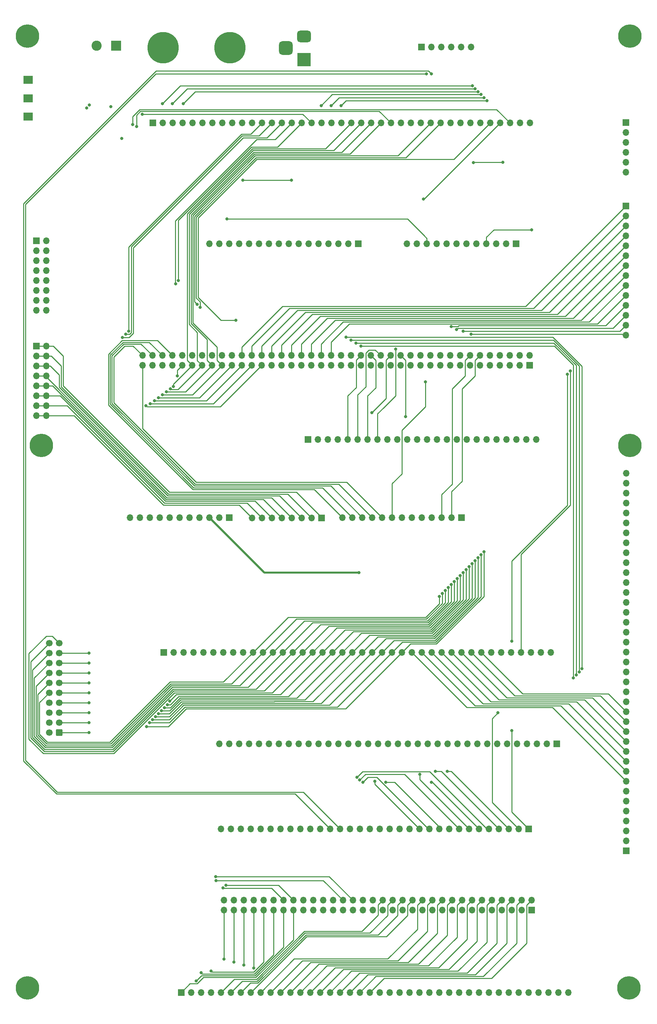
<source format=gbr>
%TF.GenerationSoftware,KiCad,Pcbnew,(6.0.0-0)*%
%TF.CreationDate,2022-10-19T23:06:28-04:00*%
%TF.ProjectId,Backplane-Concept-Vertical,4261636b-706c-4616-9e65-2d436f6e6365,rev?*%
%TF.SameCoordinates,Original*%
%TF.FileFunction,Copper,L4,Bot*%
%TF.FilePolarity,Positive*%
%FSLAX46Y46*%
G04 Gerber Fmt 4.6, Leading zero omitted, Abs format (unit mm)*
G04 Created by KiCad (PCBNEW (6.0.0-0)) date 2022-10-19 23:06:28*
%MOMM*%
%LPD*%
G01*
G04 APERTURE LIST*
G04 Aperture macros list*
%AMRoundRect*
0 Rectangle with rounded corners*
0 $1 Rounding radius*
0 $2 $3 $4 $5 $6 $7 $8 $9 X,Y pos of 4 corners*
0 Add a 4 corners polygon primitive as box body*
4,1,4,$2,$3,$4,$5,$6,$7,$8,$9,$2,$3,0*
0 Add four circle primitives for the rounded corners*
1,1,$1+$1,$2,$3*
1,1,$1+$1,$4,$5*
1,1,$1+$1,$6,$7*
1,1,$1+$1,$8,$9*
0 Add four rect primitives between the rounded corners*
20,1,$1+$1,$2,$3,$4,$5,0*
20,1,$1+$1,$4,$5,$6,$7,0*
20,1,$1+$1,$6,$7,$8,$9,0*
20,1,$1+$1,$8,$9,$2,$3,0*%
G04 Aperture macros list end*
%TA.AperFunction,ComponentPad*%
%ADD10R,3.500000X3.500000*%
%TD*%
%TA.AperFunction,ComponentPad*%
%ADD11RoundRect,0.750000X-1.000000X0.750000X-1.000000X-0.750000X1.000000X-0.750000X1.000000X0.750000X0*%
%TD*%
%TA.AperFunction,ComponentPad*%
%ADD12RoundRect,0.875000X-0.875000X0.875000X-0.875000X-0.875000X0.875000X-0.875000X0.875000X0.875000X0*%
%TD*%
%TA.AperFunction,ComponentPad*%
%ADD13RoundRect,0.250000X0.600000X0.600000X-0.600000X0.600000X-0.600000X-0.600000X0.600000X-0.600000X0*%
%TD*%
%TA.AperFunction,ComponentPad*%
%ADD14C,1.700000*%
%TD*%
%TA.AperFunction,ComponentPad*%
%ADD15R,1.700000X1.700000*%
%TD*%
%TA.AperFunction,ComponentPad*%
%ADD16O,1.700000X1.700000*%
%TD*%
%TA.AperFunction,ComponentPad*%
%ADD17C,0.800000*%
%TD*%
%TA.AperFunction,ComponentPad*%
%ADD18C,6.000000*%
%TD*%
%TA.AperFunction,ComponentPad*%
%ADD19C,8.000000*%
%TD*%
%TA.AperFunction,ComponentPad*%
%ADD20R,2.600000X2.600000*%
%TD*%
%TA.AperFunction,ComponentPad*%
%ADD21C,2.600000*%
%TD*%
%TA.AperFunction,ComponentPad*%
%ADD22R,2.400000X2.000000*%
%TD*%
%TA.AperFunction,ViaPad*%
%ADD23C,0.800000*%
%TD*%
%TA.AperFunction,Conductor*%
%ADD24C,0.250000*%
%TD*%
%TA.AperFunction,Conductor*%
%ADD25C,0.500000*%
%TD*%
G04 APERTURE END LIST*
D10*
%TO.P,J22,1*%
%TO.N,VCC*%
X302455500Y-94440000D03*
D11*
%TO.P,J22,2*%
%TO.N,Net-(J11-Pad1)*%
X302455500Y-88440000D03*
D12*
%TO.P,J22,3*%
%TO.N,N/C*%
X297755500Y-91440000D03*
%TD*%
D13*
%TO.P,J19,1,Pin_1*%
%TO.N,A0*%
X239771500Y-266446000D03*
D14*
%TO.P,J19,2,Pin_2*%
%TO.N,unconnected-(J19-Pad2)*%
X237231500Y-266446000D03*
%TO.P,J19,3,Pin_3*%
%TO.N,A1*%
X239771500Y-263906000D03*
%TO.P,J19,4,Pin_4*%
%TO.N,unconnected-(J19-Pad4)*%
X237231500Y-263906000D03*
%TO.P,J19,5,Pin_5*%
%TO.N,A2*%
X239771500Y-261366000D03*
%TO.P,J19,6,Pin_6*%
%TO.N,unconnected-(J19-Pad6)*%
X237231500Y-261366000D03*
%TO.P,J19,7,Pin_7*%
%TO.N,A3*%
X239771500Y-258826000D03*
%TO.P,J19,8,Pin_8*%
%TO.N,unconnected-(J19-Pad8)*%
X237231500Y-258826000D03*
%TO.P,J19,9,Pin_9*%
%TO.N,A4*%
X239771500Y-256286000D03*
%TO.P,J19,10,Pin_10*%
%TO.N,A15*%
X237231500Y-256286000D03*
%TO.P,J19,11,Pin_11*%
%TO.N,A5*%
X239771500Y-253746000D03*
%TO.P,J19,12,Pin_12*%
%TO.N,A14*%
X237231500Y-253746000D03*
%TO.P,J19,13,Pin_13*%
%TO.N,A6*%
X239771500Y-251206000D03*
%TO.P,J19,14,Pin_14*%
%TO.N,A13*%
X237231500Y-251206000D03*
%TO.P,J19,15,Pin_15*%
%TO.N,A7*%
X239771500Y-248666000D03*
%TO.P,J19,16,Pin_16*%
%TO.N,A12*%
X237231500Y-248666000D03*
%TO.P,J19,17,Pin_17*%
%TO.N,A8*%
X239771500Y-246126000D03*
%TO.P,J19,18,Pin_18*%
%TO.N,A11*%
X237231500Y-246126000D03*
%TO.P,J19,19,Pin_19*%
%TO.N,A9*%
X239771500Y-243586000D03*
%TO.P,J19,20,Pin_20*%
%TO.N,A10*%
X237231500Y-243586000D03*
%TD*%
D15*
%TO.P,J9,1,Pin_1*%
%TO.N,~{FLAGS_OUT}*%
X342782000Y-211504000D03*
D16*
%TO.P,J9,2,Pin_2*%
%TO.N,RESTORE_FLAGS*%
X340242000Y-211504000D03*
%TO.P,J9,3,Pin_3*%
%TO.N,~{FLAGS_IN}*%
X337702000Y-211504000D03*
%TO.P,J9,4,Pin_4*%
%TO.N,unconnected-(J9-Pad4)*%
X335162000Y-211504000D03*
%TO.P,J9,5,Pin_5*%
%TO.N,unconnected-(J9-Pad5)*%
X332622000Y-211504000D03*
%TO.P,J9,6,Pin_6*%
%TO.N,unconnected-(J9-Pad6)*%
X330082000Y-211504000D03*
%TO.P,J9,7,Pin_7*%
%TO.N,unconnected-(J9-Pad7)*%
X327542000Y-211504000D03*
%TO.P,J9,8,Pin_8*%
%TO.N,/JCC_LD_PC_COND*%
X325002000Y-211504000D03*
%TO.P,J9,9,Pin_9*%
%TO.N,~{WR3}*%
X322462000Y-211504000D03*
%TO.P,J9,10,Pin_10*%
%TO.N,JCC_ADR3*%
X319922000Y-211504000D03*
%TO.P,J9,11,Pin_11*%
%TO.N,JCC_ADR2*%
X317382000Y-211504000D03*
%TO.P,J9,12,Pin_12*%
%TO.N,JCC_ADR1*%
X314842000Y-211504000D03*
%TO.P,J9,13,Pin_13*%
%TO.N,JCC_ADR0*%
X312302000Y-211504000D03*
%TD*%
D15*
%TO.P,J2,1,Pin_1*%
%TO.N,VCC*%
X283347000Y-211504000D03*
D16*
%TO.P,J2,2,Pin_2*%
%TO.N,GND*%
X280807000Y-211504000D03*
%TO.P,J2,3,Pin_3*%
%TO.N,CLOCK*%
X278267000Y-211504000D03*
%TO.P,J2,4,Pin_4*%
%TO.N,~{A_IN}*%
X275727000Y-211504000D03*
%TO.P,J2,5,Pin_5*%
%TO.N,~{B_IN}*%
X273187000Y-211504000D03*
%TO.P,J2,6,Pin_6*%
%TO.N,ALU_FUNC_0*%
X270647000Y-211504000D03*
%TO.P,J2,7,Pin_7*%
%TO.N,ALU_FUNC_1*%
X268107000Y-211504000D03*
%TO.P,J2,8,Pin_8*%
%TO.N,ALU_FUNC_2*%
X265567000Y-211504000D03*
%TO.P,J2,9,Pin_9*%
%TO.N,ALU_FUNC_3*%
X263027000Y-211504000D03*
%TO.P,J2,10,Pin_10*%
%TO.N,ALU_FUNC_4*%
X260487000Y-211504000D03*
%TO.P,J2,11,Pin_11*%
%TO.N,ALU_FUNC_5*%
X257947000Y-211504000D03*
%TD*%
D17*
%TO.P,REF\u002A\u002A,1*%
%TO.N,N/C*%
X387416990Y-194630990D03*
X385826000Y-195290000D03*
X388076000Y-193040000D03*
D18*
X385826000Y-193040000D03*
D17*
X384235010Y-191449010D03*
X385826000Y-190790000D03*
X387416990Y-191449010D03*
X384235010Y-194630990D03*
X383576000Y-193040000D03*
%TD*%
D15*
%TO.P,J21,1,Pin_1*%
%TO.N,~{RD5_00}*%
X271018000Y-332912000D03*
D16*
%TO.P,J21,2,Pin_2*%
%TO.N,~{RD5_01}*%
X273558000Y-332912000D03*
%TO.P,J21,3,Pin_3*%
%TO.N,~{RD5_02}*%
X276098000Y-332912000D03*
%TO.P,J21,4,Pin_4*%
%TO.N,~{RD5_03}*%
X278638000Y-332912000D03*
%TO.P,J21,5,Pin_5*%
%TO.N,~{RD6_00}*%
X281178000Y-332912000D03*
%TO.P,J21,6,Pin_6*%
%TO.N,~{RD6_01}*%
X283718000Y-332912000D03*
%TO.P,J21,7,Pin_7*%
%TO.N,~{RD6_02}*%
X286258000Y-332912000D03*
%TO.P,J21,8,Pin_8*%
%TO.N,~{RD6_03}*%
X288798000Y-332912000D03*
%TO.P,J21,9,Pin_9*%
%TO.N,~{RD6_04}*%
X291338000Y-332912000D03*
%TO.P,J21,10,Pin_10*%
%TO.N,~{RD6_05}*%
X293878000Y-332912000D03*
%TO.P,J21,11,Pin_11*%
%TO.N,~{RD6_06}*%
X296418000Y-332912000D03*
%TO.P,J21,12,Pin_12*%
%TO.N,~{RD6_07}*%
X298958000Y-332912000D03*
%TO.P,J21,13,Pin_13*%
%TO.N,~{RD6_08}*%
X301498000Y-332912000D03*
%TO.P,J21,14,Pin_14*%
%TO.N,~{RD6_09}*%
X304038000Y-332912000D03*
%TO.P,J21,15,Pin_15*%
%TO.N,~{RD6_10}*%
X306578000Y-332912000D03*
%TO.P,J21,16,Pin_16*%
%TO.N,~{RD6_11}*%
X309118000Y-332912000D03*
%TO.P,J21,17,Pin_17*%
%TO.N,~{RD6_12}*%
X311658000Y-332912000D03*
%TO.P,J21,18,Pin_18*%
%TO.N,~{RD6_13}*%
X314198000Y-332912000D03*
%TO.P,J21,19,Pin_19*%
%TO.N,~{RD6_14}*%
X316738000Y-332912000D03*
%TO.P,J21,20,Pin_20*%
%TO.N,~{RD6_15}*%
X319278000Y-332912000D03*
%TO.P,J21,21,Pin_21*%
%TO.N,~{WR4_00}*%
X321818000Y-332912000D03*
%TO.P,J21,22,Pin_22*%
%TO.N,~{WR4_01}*%
X324358000Y-332912000D03*
%TO.P,J21,23,Pin_23*%
%TO.N,~{WR4_02}*%
X326898000Y-332912000D03*
%TO.P,J21,24,Pin_24*%
%TO.N,~{WR4_03}*%
X329438000Y-332912000D03*
%TO.P,J21,25,Pin_25*%
%TO.N,~{WR5_00}*%
X331978000Y-332912000D03*
%TO.P,J21,26,Pin_26*%
%TO.N,~{WR5_01}*%
X334518000Y-332912000D03*
%TO.P,J21,27,Pin_27*%
%TO.N,~{WR5_02}*%
X337058000Y-332912000D03*
%TO.P,J21,28,Pin_28*%
%TO.N,~{WR5_03}*%
X339598000Y-332912000D03*
%TO.P,J21,29,Pin_29*%
%TO.N,~{WR5_04}*%
X342138000Y-332912000D03*
%TO.P,J21,30,Pin_30*%
%TO.N,~{WR5_05}*%
X344678000Y-332912000D03*
%TO.P,J21,31,Pin_31*%
%TO.N,~{WR5_06}*%
X347218000Y-332912000D03*
%TO.P,J21,32,Pin_32*%
%TO.N,~{WR5_07}*%
X349758000Y-332912000D03*
%TO.P,J21,33,Pin_33*%
%TO.N,~{WR5_08}*%
X352298000Y-332912000D03*
%TO.P,J21,34,Pin_34*%
%TO.N,~{WR5_09}*%
X354838000Y-332912000D03*
%TO.P,J21,35,Pin_35*%
%TO.N,~{WR5_10}*%
X357378000Y-332912000D03*
%TO.P,J21,36,Pin_36*%
%TO.N,~{WR5_11}*%
X359918000Y-332912000D03*
%TO.P,J21,37,Pin_37*%
%TO.N,~{WR5_12}*%
X362458000Y-332912000D03*
%TO.P,J21,38,Pin_38*%
%TO.N,~{WR5_13}*%
X364998000Y-332912000D03*
%TO.P,J21,39,Pin_39*%
%TO.N,~{WR5_14}*%
X367538000Y-332912000D03*
%TO.P,J21,40,Pin_40*%
%TO.N,~{WR5_15}*%
X370078000Y-332912000D03*
%TD*%
D15*
%TO.P,J5,1,Pin_1*%
%TO.N,BUS0*%
X306951000Y-211595000D03*
D16*
%TO.P,J5,2,Pin_2*%
%TO.N,BUS1*%
X304411000Y-211595000D03*
%TO.P,J5,3,Pin_3*%
%TO.N,BUS2*%
X301871000Y-211595000D03*
%TO.P,J5,4,Pin_4*%
%TO.N,BUS3*%
X299331000Y-211595000D03*
%TO.P,J5,5,Pin_5*%
%TO.N,BUS4*%
X296791000Y-211595000D03*
%TO.P,J5,6,Pin_6*%
%TO.N,BUS5*%
X294251000Y-211595000D03*
%TO.P,J5,7,Pin_7*%
%TO.N,BUS6*%
X291711000Y-211595000D03*
%TO.P,J5,8,Pin_8*%
%TO.N,BUS7*%
X289171000Y-211595000D03*
%TD*%
D18*
%TO.P,REF\u002A\u002A,1*%
%TO.N,N/C*%
X385826000Y-88392000D03*
D17*
X383576000Y-88392000D03*
X388076000Y-88392000D03*
X387416990Y-89982990D03*
X385826000Y-86142000D03*
X384235010Y-89982990D03*
X384235010Y-86801010D03*
X387416990Y-86801010D03*
X385826000Y-90642000D03*
%TD*%
D15*
%TO.P,J17,1,Pin_1*%
%TO.N,BUS0*%
X233934000Y-167640000D03*
D16*
%TO.P,J17,2,Pin_2*%
X236474000Y-167640000D03*
%TO.P,J17,3,Pin_3*%
%TO.N,BUS1*%
X233934000Y-170180000D03*
%TO.P,J17,4,Pin_4*%
X236474000Y-170180000D03*
%TO.P,J17,5,Pin_5*%
%TO.N,BUS2*%
X233934000Y-172720000D03*
%TO.P,J17,6,Pin_6*%
X236474000Y-172720000D03*
%TO.P,J17,7,Pin_7*%
%TO.N,BUS3*%
X233934000Y-175260000D03*
%TO.P,J17,8,Pin_8*%
X236474000Y-175260000D03*
%TO.P,J17,9,Pin_9*%
%TO.N,BUS4*%
X233934000Y-177800000D03*
%TO.P,J17,10,Pin_10*%
X236474000Y-177800000D03*
%TO.P,J17,11,Pin_11*%
%TO.N,BUS5*%
X233934000Y-180340000D03*
%TO.P,J17,12,Pin_12*%
X236474000Y-180340000D03*
%TO.P,J17,13,Pin_13*%
%TO.N,BUS6*%
X233934000Y-182880000D03*
%TO.P,J17,14,Pin_14*%
X236474000Y-182880000D03*
%TO.P,J17,15,Pin_15*%
%TO.N,BUS7*%
X233934000Y-185420000D03*
%TO.P,J17,16,Pin_16*%
X236474000Y-185420000D03*
%TD*%
D15*
%TO.P,J7,1,Pin_1*%
%TO.N,VCC*%
X367114000Y-269313000D03*
D16*
%TO.P,J7,2,Pin_2*%
%TO.N,GND*%
X364574000Y-269313000D03*
%TO.P,J7,3,Pin_3*%
%TO.N,CLOCK*%
X362034000Y-269313000D03*
%TO.P,J7,4,Pin_4*%
%TO.N,~{RESET_CONTROL}*%
X359494000Y-269313000D03*
%TO.P,J7,5,Pin_5*%
%TO.N,GPR6*%
X356954000Y-269313000D03*
%TO.P,J7,6,Pin_6*%
%TO.N,GPR5*%
X354414000Y-269313000D03*
%TO.P,J7,7,Pin_7*%
%TO.N,GPR4*%
X351874000Y-269313000D03*
%TO.P,J7,8,Pin_8*%
%TO.N,GPR3*%
X349334000Y-269313000D03*
%TO.P,J7,9,Pin_9*%
%TO.N,GPR2*%
X346794000Y-269313000D03*
%TO.P,J7,10,Pin_10*%
%TO.N,GPR1*%
X344254000Y-269313000D03*
%TO.P,J7,11,Pin_11*%
%TO.N,GPR0*%
X341714000Y-269313000D03*
%TO.P,J7,12,Pin_12*%
%TO.N,BUS0*%
X339174000Y-269313000D03*
%TO.P,J7,13,Pin_13*%
%TO.N,BUS1*%
X336634000Y-269313000D03*
%TO.P,J7,14,Pin_14*%
%TO.N,BUS2*%
X334094000Y-269313000D03*
%TO.P,J7,15,Pin_15*%
%TO.N,BUS3*%
X331554000Y-269313000D03*
%TO.P,J7,16,Pin_16*%
%TO.N,BUS4*%
X329014000Y-269313000D03*
%TO.P,J7,17,Pin_17*%
%TO.N,BUS5*%
X326474000Y-269313000D03*
%TO.P,J7,18,Pin_18*%
%TO.N,BUS6*%
X323934000Y-269313000D03*
%TO.P,J7,19,Pin_19*%
%TO.N,BUS7*%
X321394000Y-269313000D03*
%TO.P,J7,20,Pin_20*%
%TO.N,A0*%
X318854000Y-269313000D03*
%TO.P,J7,21,Pin_21*%
%TO.N,A1*%
X316314000Y-269313000D03*
%TO.P,J7,22,Pin_22*%
%TO.N,A2*%
X313774000Y-269313000D03*
%TO.P,J7,23,Pin_23*%
%TO.N,A3*%
X311234000Y-269313000D03*
%TO.P,J7,24,Pin_24*%
%TO.N,A4*%
X308694000Y-269313000D03*
%TO.P,J7,25,Pin_25*%
%TO.N,A5*%
X306154000Y-269313000D03*
%TO.P,J7,26,Pin_26*%
%TO.N,A6*%
X303614000Y-269313000D03*
%TO.P,J7,27,Pin_27*%
%TO.N,A7*%
X301074000Y-269313000D03*
%TO.P,J7,28,Pin_28*%
%TO.N,A8*%
X298534000Y-269313000D03*
%TO.P,J7,29,Pin_29*%
%TO.N,A9*%
X295994000Y-269313000D03*
%TO.P,J7,30,Pin_30*%
%TO.N,A10*%
X293454000Y-269313000D03*
%TO.P,J7,31,Pin_31*%
%TO.N,A11*%
X290914000Y-269313000D03*
%TO.P,J7,32,Pin_32*%
%TO.N,A12*%
X288374000Y-269313000D03*
%TO.P,J7,33,Pin_33*%
%TO.N,A13*%
X285834000Y-269313000D03*
%TO.P,J7,34,Pin_34*%
%TO.N,A14*%
X283294000Y-269313000D03*
%TO.P,J7,35,Pin_35*%
%TO.N,A15*%
X280754000Y-269313000D03*
%TD*%
D19*
%TO.P,J12,1,Pin_1*%
%TO.N,VCC*%
X283464000Y-91376000D03*
%TD*%
%TO.P,J11,1,Pin_1*%
%TO.N,Net-(J11-Pad1)*%
X266378000Y-91376000D03*
%TD*%
D15*
%TO.P,J14,1,Pin_1*%
%TO.N,~{RD4_15}*%
X384810000Y-131826000D03*
D16*
%TO.P,J14,2,Pin_2*%
%TO.N,~{RD4_14}*%
X384810000Y-134366000D03*
%TO.P,J14,3,Pin_3*%
%TO.N,~{RD4_13}*%
X384810000Y-136906000D03*
%TO.P,J14,4,Pin_4*%
%TO.N,~{RD4_12}*%
X384810000Y-139446000D03*
%TO.P,J14,5,Pin_5*%
%TO.N,~{RD4_11}*%
X384810000Y-141986000D03*
%TO.P,J14,6,Pin_6*%
%TO.N,~{RD4_10}*%
X384810000Y-144526000D03*
%TO.P,J14,7,Pin_7*%
%TO.N,~{RD4_9}*%
X384810000Y-147066000D03*
%TO.P,J14,8,Pin_8*%
%TO.N,~{RD4_8}*%
X384810000Y-149606000D03*
%TO.P,J14,9,Pin_9*%
%TO.N,~{RD4_7}*%
X384810000Y-152146000D03*
%TO.P,J14,10,Pin_10*%
%TO.N,~{RD4_6}*%
X384810000Y-154686000D03*
%TO.P,J14,11,Pin_11*%
%TO.N,~{WR2_15}*%
X384810000Y-157226000D03*
%TO.P,J14,12,Pin_12*%
%TO.N,~{WR2_14}*%
X384810000Y-159766000D03*
%TO.P,J14,13,Pin_13*%
%TO.N,~{WR2_13}*%
X384810000Y-162306000D03*
%TO.P,J14,14,Pin_14*%
%TO.N,~{WR2_12}*%
X384810000Y-164846000D03*
%TD*%
D17*
%TO.P,REF\u002A\u002A,1*%
%TO.N,N/C*%
X383322000Y-331724000D03*
X385572000Y-333974000D03*
D18*
X385572000Y-331724000D03*
D17*
X383981010Y-333314990D03*
X385572000Y-329474000D03*
X387822000Y-331724000D03*
X387162990Y-330133010D03*
X387162990Y-333314990D03*
X383981010Y-330133010D03*
%TD*%
D15*
%TO.P,J8,1,Pin_1*%
%TO.N,A0*%
X316298000Y-141489000D03*
D16*
%TO.P,J8,2,Pin_2*%
%TO.N,A1*%
X313758000Y-141489000D03*
%TO.P,J8,3,Pin_3*%
%TO.N,A2*%
X311218000Y-141489000D03*
%TO.P,J8,4,Pin_4*%
%TO.N,A3*%
X308678000Y-141489000D03*
%TO.P,J8,5,Pin_5*%
%TO.N,A4*%
X306138000Y-141489000D03*
%TO.P,J8,6,Pin_6*%
%TO.N,A5*%
X303598000Y-141489000D03*
%TO.P,J8,7,Pin_7*%
%TO.N,A6*%
X301058000Y-141489000D03*
%TO.P,J8,8,Pin_8*%
%TO.N,A7*%
X298518000Y-141489000D03*
%TO.P,J8,9,Pin_9*%
%TO.N,A8*%
X295978000Y-141489000D03*
%TO.P,J8,10,Pin_10*%
%TO.N,A9*%
X293438000Y-141489000D03*
%TO.P,J8,11,Pin_11*%
%TO.N,A10*%
X290898000Y-141489000D03*
%TO.P,J8,12,Pin_12*%
%TO.N,A11*%
X288358000Y-141489000D03*
%TO.P,J8,13,Pin_13*%
%TO.N,A12*%
X285818000Y-141489000D03*
%TO.P,J8,14,Pin_14*%
%TO.N,A13*%
X283278000Y-141489000D03*
%TO.P,J8,15,Pin_15*%
%TO.N,A14*%
X280738000Y-141489000D03*
%TO.P,J8,16,Pin_16*%
%TO.N,A15*%
X278198000Y-141489000D03*
%TD*%
D15*
%TO.P,J15,1,Pin_1*%
%TO.N,\u03BCA7*%
X263720000Y-110620000D03*
D16*
%TO.P,J15,2,Pin_2*%
%TO.N,/\u03BCA6*%
X266260000Y-110620000D03*
%TO.P,J15,3,Pin_3*%
%TO.N,/\u03BCA5*%
X268800000Y-110620000D03*
%TO.P,J15,4,Pin_4*%
%TO.N,/\u03BCA4*%
X271340000Y-110620000D03*
%TO.P,J15,5,Pin_5*%
%TO.N,\u03BCRD3*%
X273880000Y-110620000D03*
%TO.P,J15,6,Pin_6*%
%TO.N,\u03BCRD2*%
X276420000Y-110620000D03*
%TO.P,J15,7,Pin_7*%
%TO.N,\u03BCRD1*%
X278960000Y-110620000D03*
%TO.P,J15,8,Pin_8*%
%TO.N,\u03BCRD0*%
X281500000Y-110620000D03*
%TO.P,J15,9,Pin_9*%
%TO.N,unconnected-(J15-Pad9)*%
X284040000Y-110620000D03*
%TO.P,J15,10,Pin_10*%
%TO.N,~{RD6}*%
X286580000Y-110620000D03*
%TO.P,J15,11,Pin_11*%
%TO.N,~{RD5}*%
X289120000Y-110620000D03*
%TO.P,J15,12,Pin_12*%
%TO.N,~{RD4}*%
X291660000Y-110620000D03*
%TO.P,J15,13,Pin_13*%
%TO.N,~{RD3}*%
X294200000Y-110620000D03*
%TO.P,J15,14,Pin_14*%
%TO.N,~{RD2}*%
X296740000Y-110620000D03*
%TO.P,J15,15,Pin_15*%
%TO.N,~{RD1}*%
X299280000Y-110620000D03*
%TO.P,J15,16,Pin_16*%
%TO.N,~{RD0}*%
X301820000Y-110620000D03*
%TO.P,J15,17,Pin_17*%
%TO.N,\u03BCB7*%
X304360000Y-110620000D03*
%TO.P,J15,18,Pin_18*%
%TO.N,/\u03BCB6*%
X306900000Y-110620000D03*
%TO.P,J15,19,Pin_19*%
%TO.N,/\u03BCB5*%
X309440000Y-110620000D03*
%TO.P,J15,20,Pin_20*%
%TO.N,/\u03BCB4*%
X311980000Y-110620000D03*
%TO.P,J15,21,Pin_21*%
%TO.N,\u03BCWR3*%
X314520000Y-110620000D03*
%TO.P,J15,22,Pin_22*%
%TO.N,\u03BCWR2*%
X317060000Y-110620000D03*
%TO.P,J15,23,Pin_23*%
%TO.N,\u03BCWR1*%
X319600000Y-110620000D03*
%TO.P,J15,24,Pin_24*%
%TO.N,\u03BCWR0*%
X322140000Y-110620000D03*
%TO.P,J15,25,Pin_25*%
%TO.N,~{RESET_CONTROL}*%
X324680000Y-110620000D03*
%TO.P,J15,26,Pin_26*%
%TO.N,unconnected-(J15-Pad26)*%
X327220000Y-110620000D03*
%TO.P,J15,27,Pin_27*%
%TO.N,~{WR5}*%
X329760000Y-110620000D03*
%TO.P,J15,28,Pin_28*%
%TO.N,~{WR4}*%
X332300000Y-110620000D03*
%TO.P,J15,29,Pin_29*%
%TO.N,~{WR3}*%
X334840000Y-110620000D03*
%TO.P,J15,30,Pin_30*%
%TO.N,~{WR2}*%
X337380000Y-110620000D03*
%TO.P,J15,31,Pin_31*%
%TO.N,~{WR1}*%
X339920000Y-110620000D03*
%TO.P,J15,32,Pin_32*%
%TO.N,~{WR0}*%
X342460000Y-110620000D03*
%TO.P,J15,33,Pin_33*%
%TO.N,unconnected-(J15-Pad33)*%
X345000000Y-110620000D03*
%TO.P,J15,34,Pin_34*%
%TO.N,CLOCK*%
X347540000Y-110620000D03*
%TO.P,J15,35,Pin_35*%
%TO.N,~{LD_IR}*%
X350080000Y-110620000D03*
%TO.P,J15,36,Pin_36*%
%TO.N,~{INT_REQUEST}*%
X352620000Y-110620000D03*
%TO.P,J15,37,Pin_37*%
%TO.N,~{RESET_STEP}*%
X355160000Y-110620000D03*
%TO.P,J15,38,Pin_38*%
%TO.N,GND*%
X357700000Y-110620000D03*
%TO.P,J15,39,Pin_39*%
%TO.N,VCC*%
X360240000Y-110620000D03*
%TD*%
D20*
%TO.P,J13,1,Pin_1*%
%TO.N,Net-(J11-Pad1)*%
X254400000Y-90817000D03*
D21*
%TO.P,J13,2,Pin_2*%
%TO.N,VCC*%
X249400000Y-90817000D03*
%TD*%
D15*
%TO.P,J16,1,Pin_1*%
%TO.N,VCC*%
X384914000Y-296672000D03*
D16*
%TO.P,J16,2,Pin_2*%
%TO.N,GND*%
X384914000Y-294132000D03*
%TO.P,J16,3,Pin_3*%
%TO.N,CLOCK*%
X384914000Y-291592000D03*
%TO.P,J16,4,Pin_4*%
%TO.N,~{IO_MEM_REQUEST}*%
X384914000Y-289052000D03*
%TO.P,J16,5,Pin_5*%
%TO.N,~{IO_REQUEST}*%
X384914000Y-286512000D03*
%TO.P,J16,6,Pin_6*%
%TO.N,~{IO_WRITE}*%
X384914000Y-283972000D03*
%TO.P,J16,7,Pin_7*%
%TO.N,~{IO_READ}*%
X384914000Y-281432000D03*
%TO.P,J16,8,Pin_8*%
%TO.N,BUS7*%
X384914000Y-278892000D03*
%TO.P,J16,9,Pin_9*%
%TO.N,BUS6*%
X384914000Y-276352000D03*
%TO.P,J16,10,Pin_10*%
%TO.N,BUS5*%
X384914000Y-273812000D03*
%TO.P,J16,11,Pin_11*%
%TO.N,BUS4*%
X384914000Y-271272000D03*
%TO.P,J16,12,Pin_12*%
%TO.N,BUS3*%
X384914000Y-268732000D03*
%TO.P,J16,13,Pin_13*%
%TO.N,BUS2*%
X384914000Y-266192000D03*
%TO.P,J16,14,Pin_14*%
%TO.N,BUS1*%
X384914000Y-263652000D03*
%TO.P,J16,15,Pin_15*%
%TO.N,BUS0*%
X384914000Y-261112000D03*
%TO.P,J16,16,Pin_16*%
%TO.N,A15*%
X384914000Y-258572000D03*
%TO.P,J16,17,Pin_17*%
%TO.N,A14*%
X384914000Y-256032000D03*
%TO.P,J16,18,Pin_18*%
%TO.N,A13*%
X384914000Y-253492000D03*
%TO.P,J16,19,Pin_19*%
%TO.N,A12*%
X384914000Y-250952000D03*
%TO.P,J16,20,Pin_20*%
%TO.N,A11*%
X384914000Y-248412000D03*
%TO.P,J16,21,Pin_21*%
%TO.N,A10*%
X384914000Y-245872000D03*
%TO.P,J16,22,Pin_22*%
%TO.N,A9*%
X384914000Y-243332000D03*
%TO.P,J16,23,Pin_23*%
%TO.N,A8*%
X384914000Y-240792000D03*
%TO.P,J16,24,Pin_24*%
%TO.N,A7*%
X384914000Y-238252000D03*
%TO.P,J16,25,Pin_25*%
%TO.N,A6*%
X384914000Y-235712000D03*
%TO.P,J16,26,Pin_26*%
%TO.N,A5*%
X384914000Y-233172000D03*
%TO.P,J16,27,Pin_27*%
%TO.N,A4*%
X384914000Y-230632000D03*
%TO.P,J16,28,Pin_28*%
%TO.N,A3*%
X384914000Y-228092000D03*
%TO.P,J16,29,Pin_29*%
%TO.N,A2*%
X384914000Y-225552000D03*
%TO.P,J16,30,Pin_30*%
%TO.N,A1*%
X384914000Y-223012000D03*
%TO.P,J16,31,Pin_31*%
%TO.N,A0*%
X384914000Y-220472000D03*
%TO.P,J16,32,Pin_32*%
%TO.N,~{IRQ0}*%
X384914000Y-217932000D03*
%TO.P,J16,33,Pin_33*%
%TO.N,~{IRQ1}*%
X384914000Y-215392000D03*
%TO.P,J16,34,Pin_34*%
%TO.N,~{IRQ2}*%
X384914000Y-212852000D03*
%TO.P,J16,35,Pin_35*%
%TO.N,~{IRQ3}*%
X384914000Y-210312000D03*
%TO.P,J16,36,Pin_36*%
%TO.N,~{IRQ4}*%
X384914000Y-207772000D03*
%TO.P,J16,37,Pin_37*%
%TO.N,~{IRQ5}*%
X384914000Y-205232000D03*
%TO.P,J16,38,Pin_38*%
%TO.N,~{IRQ6}*%
X384914000Y-202692000D03*
%TO.P,J16,39,Pin_39*%
%TO.N,~{IRQ7}*%
X384914000Y-200152000D03*
%TD*%
D15*
%TO.P,J6,1,Pin_1*%
%TO.N,~{STACK_SEG_OUT}*%
X266530000Y-245973000D03*
D16*
%TO.P,J6,2,Pin_2*%
%TO.N,~{STACK_SEG_EN}*%
X269070000Y-245973000D03*
%TO.P,J6,3,Pin_3*%
%TO.N,~{STACK_SEG_IN}*%
X271610000Y-245973000D03*
%TO.P,J6,4,Pin_4*%
%TO.N,~{DATA_SEG_OUT}*%
X274150000Y-245973000D03*
%TO.P,J6,5,Pin_5*%
%TO.N,~{DATA_SEG_EN}*%
X276690000Y-245973000D03*
%TO.P,J6,6,Pin_6*%
%TO.N,~{DATA_SEG_IN}*%
X279230000Y-245973000D03*
%TO.P,J6,7,Pin_7*%
%TO.N,~{CODE_SEG_OUT}*%
X281770000Y-245973000D03*
%TO.P,J6,8,Pin_8*%
%TO.N,~{CODE_SEG_EN}*%
X284310000Y-245973000D03*
%TO.P,J6,9,Pin_9*%
%TO.N,~{CODE_SEG_IN}*%
X286850000Y-245973000D03*
%TO.P,J6,10,Pin_10*%
%TO.N,A15*%
X289390000Y-245973000D03*
%TO.P,J6,11,Pin_11*%
%TO.N,A14*%
X291930000Y-245973000D03*
%TO.P,J6,12,Pin_12*%
%TO.N,A13*%
X294470000Y-245973000D03*
%TO.P,J6,13,Pin_13*%
%TO.N,A12*%
X297010000Y-245973000D03*
%TO.P,J6,14,Pin_14*%
%TO.N,A11*%
X299550000Y-245973000D03*
%TO.P,J6,15,Pin_15*%
%TO.N,A10*%
X302090000Y-245973000D03*
%TO.P,J6,16,Pin_16*%
%TO.N,A9*%
X304630000Y-245973000D03*
%TO.P,J6,17,Pin_17*%
%TO.N,A8*%
X307170000Y-245973000D03*
%TO.P,J6,18,Pin_18*%
%TO.N,A7*%
X309710000Y-245973000D03*
%TO.P,J6,19,Pin_19*%
%TO.N,A6*%
X312250000Y-245973000D03*
%TO.P,J6,20,Pin_20*%
%TO.N,A5*%
X314790000Y-245973000D03*
%TO.P,J6,21,Pin_21*%
%TO.N,A4*%
X317330000Y-245973000D03*
%TO.P,J6,22,Pin_22*%
%TO.N,A3*%
X319870000Y-245973000D03*
%TO.P,J6,23,Pin_23*%
%TO.N,A2*%
X322410000Y-245973000D03*
%TO.P,J6,24,Pin_24*%
%TO.N,A1*%
X324950000Y-245973000D03*
%TO.P,J6,25,Pin_25*%
%TO.N,A0*%
X327490000Y-245973000D03*
%TO.P,J6,26,Pin_26*%
%TO.N,BUS7*%
X330030000Y-245973000D03*
%TO.P,J6,27,Pin_27*%
%TO.N,BUS6*%
X332570000Y-245973000D03*
%TO.P,J6,28,Pin_28*%
%TO.N,BUS5*%
X335110000Y-245973000D03*
%TO.P,J6,29,Pin_29*%
%TO.N,BUS4*%
X337650000Y-245973000D03*
%TO.P,J6,30,Pin_30*%
%TO.N,BUS3*%
X340190000Y-245973000D03*
%TO.P,J6,31,Pin_31*%
%TO.N,BUS2*%
X342730000Y-245973000D03*
%TO.P,J6,32,Pin_32*%
%TO.N,BUS1*%
X345270000Y-245973000D03*
%TO.P,J6,33,Pin_33*%
%TO.N,BUS0*%
X347810000Y-245973000D03*
%TO.P,J6,34,Pin_34*%
%TO.N,~{MEM_WRITE}*%
X350350000Y-245973000D03*
%TO.P,J6,35,Pin_35*%
%TO.N,~{MEM_READ}*%
X352890000Y-245973000D03*
%TO.P,J6,36,Pin_36*%
%TO.N,~{MEM_LATCH_MAR}*%
X355430000Y-245973000D03*
%TO.P,J6,37,Pin_37*%
%TO.N,RESET_CONTROL*%
X357970000Y-245973000D03*
%TO.P,J6,38,Pin_38*%
%TO.N,CLOCK*%
X360510000Y-245973000D03*
%TO.P,J6,39,Pin_39*%
%TO.N,GND*%
X363050000Y-245973000D03*
%TO.P,J6,40,Pin_40*%
%TO.N,VCC*%
X365590000Y-245973000D03*
%TD*%
D22*
%TO.P,SW1,1,A*%
%TO.N,unconnected-(SW1-Pad1)*%
X231871000Y-99605000D03*
%TO.P,SW1,2,B*%
%TO.N,GND*%
X231871000Y-104304000D03*
%TO.P,SW1,3,C*%
%TO.N,Net-(J11-Pad1)*%
X231871000Y-109003000D03*
%TD*%
D15*
%TO.P,J1,1,Pin_1*%
%TO.N,VCC*%
X360172000Y-172583000D03*
D16*
%TO.P,J1,2,Pin_2*%
%TO.N,~{A_IN}*%
X360172000Y-170043000D03*
%TO.P,J1,3,Pin_3*%
%TO.N,GND*%
X357632000Y-172583000D03*
%TO.P,J1,4,Pin_4*%
%TO.N,~{B_IN}*%
X357632000Y-170043000D03*
%TO.P,J1,5,Pin_5*%
%TO.N,unconnected-(J1-Pad5)*%
X355092000Y-172583000D03*
%TO.P,J1,6,Pin_6*%
%TO.N,~{SP_DEC}*%
X355092000Y-170043000D03*
%TO.P,J1,7,Pin_7*%
%TO.N,unconnected-(J1-Pad7)*%
X352552000Y-172583000D03*
%TO.P,J1,8,Pin_8*%
%TO.N,~{SP_INC}*%
X352552000Y-170043000D03*
%TO.P,J1,9,Pin_9*%
%TO.N,unconnected-(J1-Pad9)*%
X350012000Y-172583000D03*
%TO.P,J1,10,Pin_10*%
%TO.N,~{SP_LOAD}*%
X350012000Y-170043000D03*
%TO.P,J1,11,Pin_11*%
%TO.N,unconnected-(J1-Pad11)*%
X347472000Y-172583000D03*
%TO.P,J1,12,Pin_12*%
%TO.N,RESTORE_FLAGS*%
X347472000Y-170043000D03*
%TO.P,J1,13,Pin_13*%
%TO.N,unconnected-(J1-Pad13)*%
X344932000Y-172583000D03*
%TO.P,J1,14,Pin_14*%
%TO.N,~{FLAGS_IN}*%
X344932000Y-170043000D03*
%TO.P,J1,15,Pin_15*%
%TO.N,unconnected-(J1-Pad15)*%
X342392000Y-172583000D03*
%TO.P,J1,16,Pin_16*%
%TO.N,~{WR2_12}*%
X342392000Y-170043000D03*
%TO.P,J1,17,Pin_17*%
%TO.N,unconnected-(J1-Pad17)*%
X339852000Y-172583000D03*
%TO.P,J1,18,Pin_18*%
%TO.N,~{WR2_13}*%
X339852000Y-170043000D03*
%TO.P,J1,19,Pin_19*%
%TO.N,unconnected-(J1-Pad19)*%
X337312000Y-172583000D03*
%TO.P,J1,20,Pin_20*%
%TO.N,~{WR2_14}*%
X337312000Y-170043000D03*
%TO.P,J1,21,Pin_21*%
%TO.N,unconnected-(J1-Pad21)*%
X334772000Y-172583000D03*
%TO.P,J1,22,Pin_22*%
%TO.N,~{WR2_15}*%
X334772000Y-170043000D03*
%TO.P,J1,23,Pin_23*%
%TO.N,unconnected-(J1-Pad23)*%
X332232000Y-172583000D03*
%TO.P,J1,24,Pin_24*%
%TO.N,~{PC_OUT}*%
X332232000Y-170043000D03*
%TO.P,J1,25,Pin_25*%
%TO.N,unconnected-(J1-Pad25)*%
X329692000Y-172583000D03*
%TO.P,J1,26,Pin_26*%
%TO.N,~{SP_OUT}*%
X329692000Y-170043000D03*
%TO.P,J1,27,Pin_27*%
%TO.N,unconnected-(J1-Pad27)*%
X327152000Y-172583000D03*
%TO.P,J1,28,Pin_28*%
%TO.N,~{FLAGS_OUT}*%
X327152000Y-170043000D03*
%TO.P,J1,29,Pin_29*%
%TO.N,unconnected-(J1-Pad29)*%
X324612000Y-172583000D03*
%TO.P,J1,30,Pin_30*%
%TO.N,~{INT_HNDLR_EN}*%
X324612000Y-170043000D03*
%TO.P,J1,31,Pin_31*%
%TO.N,unconnected-(J1-Pad31)*%
X322072000Y-172583000D03*
%TO.P,J1,32,Pin_32*%
%TO.N,~{INT_HNDLR_READ}*%
X322072000Y-170043000D03*
%TO.P,J1,33,Pin_33*%
%TO.N,unconnected-(J1-Pad33)*%
X319532000Y-172583000D03*
%TO.P,J1,34,Pin_34*%
%TO.N,~{INT_HNDLR_WRITE}*%
X319532000Y-170043000D03*
%TO.P,J1,35,Pin_35*%
%TO.N,unconnected-(J1-Pad35)*%
X316992000Y-172583000D03*
%TO.P,J1,36,Pin_36*%
%TO.N,INT_HNDLR_REG_SEL*%
X316992000Y-170043000D03*
%TO.P,J1,37,Pin_37*%
%TO.N,unconnected-(J1-Pad37)*%
X314452000Y-172583000D03*
%TO.P,J1,38,Pin_38*%
%TO.N,unconnected-(J1-Pad38)*%
X314452000Y-170043000D03*
%TO.P,J1,39,Pin_39*%
%TO.N,unconnected-(J1-Pad39)*%
X311912000Y-172583000D03*
%TO.P,J1,40,Pin_40*%
%TO.N,unconnected-(J1-Pad40)*%
X311912000Y-170043000D03*
%TO.P,J1,41,Pin_41*%
%TO.N,unconnected-(J1-Pad41)*%
X309372000Y-172583000D03*
%TO.P,J1,42,Pin_42*%
%TO.N,~{RD4_6}*%
X309372000Y-170043000D03*
%TO.P,J1,43,Pin_43*%
%TO.N,unconnected-(J1-Pad43)*%
X306832000Y-172583000D03*
%TO.P,J1,44,Pin_44*%
%TO.N,~{RD4_7}*%
X306832000Y-170043000D03*
%TO.P,J1,45,Pin_45*%
%TO.N,~{IO_READ}*%
X304292000Y-172583000D03*
%TO.P,J1,46,Pin_46*%
%TO.N,~{RD4_8}*%
X304292000Y-170043000D03*
%TO.P,J1,47,Pin_47*%
%TO.N,~{IO_WRITE}*%
X301752000Y-172583000D03*
%TO.P,J1,48,Pin_48*%
%TO.N,~{RD4_9}*%
X301752000Y-170043000D03*
%TO.P,J1,49,Pin_49*%
%TO.N,~{IO_REQUEST}*%
X299212000Y-172583000D03*
%TO.P,J1,50,Pin_50*%
%TO.N,~{RD4_10}*%
X299212000Y-170043000D03*
%TO.P,J1,51,Pin_51*%
%TO.N,~{IO_MEM_REQUEST}*%
X296672000Y-172583000D03*
%TO.P,J1,52,Pin_52*%
%TO.N,~{RD4_11}*%
X296672000Y-170043000D03*
%TO.P,J1,53,Pin_53*%
%TO.N,~{LD_IR}*%
X294132000Y-172583000D03*
%TO.P,J1,54,Pin_54*%
%TO.N,~{RD4_12}*%
X294132000Y-170043000D03*
%TO.P,J1,55,Pin_55*%
%TO.N,\u03BCRD0*%
X291592000Y-172583000D03*
%TO.P,J1,56,Pin_56*%
%TO.N,~{RD4_13}*%
X291592000Y-170043000D03*
%TO.P,J1,57,Pin_57*%
%TO.N,\u03BCRD1*%
X289052000Y-172583000D03*
%TO.P,J1,58,Pin_58*%
%TO.N,~{RD4_14}*%
X289052000Y-170043000D03*
%TO.P,J1,59,Pin_59*%
%TO.N,\u03BCRD2*%
X286512000Y-172583000D03*
%TO.P,J1,60,Pin_60*%
%TO.N,~{RD4_15}*%
X286512000Y-170043000D03*
%TO.P,J1,61,Pin_61*%
%TO.N,\u03BCRD3*%
X283972000Y-172583000D03*
%TO.P,J1,62,Pin_62*%
%TO.N,ALU_FUNC_0*%
X283972000Y-170043000D03*
%TO.P,J1,63,Pin_63*%
%TO.N,\u03BCWR0*%
X281432000Y-172583000D03*
%TO.P,J1,64,Pin_64*%
%TO.N,ALU_FUNC_1*%
X281432000Y-170043000D03*
%TO.P,J1,65,Pin_65*%
%TO.N,\u03BCWR1*%
X278892000Y-172583000D03*
%TO.P,J1,66,Pin_66*%
%TO.N,ALU_FUNC_2*%
X278892000Y-170043000D03*
%TO.P,J1,67,Pin_67*%
%TO.N,\u03BCWR2*%
X276352000Y-172583000D03*
%TO.P,J1,68,Pin_68*%
%TO.N,ALU_FUNC_3*%
X276352000Y-170043000D03*
%TO.P,J1,69,Pin_69*%
%TO.N,\u03BCWR3*%
X273812000Y-172583000D03*
%TO.P,J1,70,Pin_70*%
%TO.N,ALU_FUNC_4*%
X273812000Y-170043000D03*
%TO.P,J1,71,Pin_71*%
%TO.N,~{RD2}*%
X271272000Y-172583000D03*
%TO.P,J1,72,Pin_72*%
%TO.N,ALU_FUNC_5*%
X271272000Y-170043000D03*
%TO.P,J1,73,Pin_73*%
%TO.N,~{RD3}*%
X268732000Y-172583000D03*
%TO.P,J1,74,Pin_74*%
%TO.N,JCC_ADR0*%
X268732000Y-170043000D03*
%TO.P,J1,75,Pin_75*%
%TO.N,~{RD4}*%
X266192000Y-172583000D03*
%TO.P,J1,76,Pin_76*%
%TO.N,JCC_ADR1*%
X266192000Y-170043000D03*
%TO.P,J1,77,Pin_77*%
%TO.N,~{WR2}*%
X263652000Y-172583000D03*
%TO.P,J1,78,Pin_78*%
%TO.N,JCC_ADR2*%
X263652000Y-170043000D03*
%TO.P,J1,79,Pin_79*%
%TO.N,~{WR3}*%
X261112000Y-172583000D03*
%TO.P,J1,80,Pin_80*%
%TO.N,JCC_ADR3*%
X261112000Y-170043000D03*
%TD*%
D15*
%TO.P,J18,1,Pin_1*%
%TO.N,~{MEM_WRITE}*%
X359918000Y-291084000D03*
D16*
%TO.P,J18,2,Pin_2*%
%TO.N,~{MEM_READ}*%
X357378000Y-291084000D03*
%TO.P,J18,3,Pin_3*%
%TO.N,~{STACK_SEG_EN}*%
X354838000Y-291084000D03*
%TO.P,J18,4,Pin_4*%
%TO.N,~{DATA_SEG_EN}*%
X352298000Y-291084000D03*
%TO.P,J18,5,Pin_5*%
%TO.N,~{CODE_SEG_EN}*%
X349758000Y-291084000D03*
%TO.P,J18,6,Pin_6*%
%TO.N,~{STACK_SEG_OUT}*%
X347218000Y-291084000D03*
%TO.P,J18,7,Pin_7*%
%TO.N,~{DATA_SEG_OUT}*%
X344678000Y-291084000D03*
%TO.P,J18,8,Pin_8*%
%TO.N,~{CODE_SEG_OUT}*%
X342138000Y-291084000D03*
%TO.P,J18,9,Pin_9*%
%TO.N,~{MEM_LATCH_MAR}*%
X339598000Y-291084000D03*
%TO.P,J18,10,Pin_10*%
%TO.N,~{STACK_SEG_IN}*%
X337058000Y-291084000D03*
%TO.P,J18,11,Pin_11*%
%TO.N,~{DATA_SEG_IN}*%
X334518000Y-291084000D03*
%TO.P,J18,12,Pin_12*%
%TO.N,~{CODE_SEG_IN}*%
X331978000Y-291084000D03*
%TO.P,J18,13,Pin_13*%
%TO.N,GPR6*%
X329438000Y-291084000D03*
%TO.P,J18,14,Pin_14*%
%TO.N,GPR5*%
X326898000Y-291084000D03*
%TO.P,J18,15,Pin_15*%
%TO.N,GPR4*%
X324358000Y-291084000D03*
%TO.P,J18,16,Pin_16*%
%TO.N,GPR3*%
X321818000Y-291084000D03*
%TO.P,J18,17,Pin_17*%
%TO.N,GPR2*%
X319278000Y-291084000D03*
%TO.P,J18,18,Pin_18*%
%TO.N,GPR1*%
X316738000Y-291084000D03*
%TO.P,J18,19,Pin_19*%
%TO.N,GPR0*%
X314198000Y-291084000D03*
%TO.P,J18,20,Pin_20*%
%TO.N,~{WR1}*%
X311658000Y-291084000D03*
%TO.P,J18,21,Pin_21*%
%TO.N,~{WR0}*%
X309118000Y-291084000D03*
%TO.P,J18,22,Pin_22*%
%TO.N,~{RD1}*%
X306578000Y-291084000D03*
%TO.P,J18,23,Pin_23*%
%TO.N,~{RD0}*%
X304038000Y-291084000D03*
%TO.P,J18,24,Pin_24*%
%TO.N,\u03BCWR2*%
X301498000Y-291084000D03*
%TO.P,J18,25,Pin_25*%
%TO.N,\u03BCWR1*%
X298958000Y-291084000D03*
%TO.P,J18,26,Pin_26*%
%TO.N,\u03BCWR0*%
X296418000Y-291084000D03*
%TO.P,J18,27,Pin_27*%
%TO.N,\u03BCRD3*%
X293878000Y-291084000D03*
%TO.P,J18,28,Pin_28*%
%TO.N,\u03BCRD2*%
X291338000Y-291084000D03*
%TO.P,J18,29,Pin_29*%
%TO.N,\u03BCRD1*%
X288798000Y-291084000D03*
%TO.P,J18,30,Pin_30*%
%TO.N,\u03BCRD0*%
X286258000Y-291084000D03*
%TO.P,J18,31,Pin_31*%
%TO.N,GND*%
X283718000Y-291084000D03*
%TO.P,J18,32,Pin_32*%
%TO.N,VCC*%
X281178000Y-291084000D03*
%TD*%
D15*
%TO.P,J25,1,Pin_1*%
%TO.N,~{WR5_15}*%
X360680000Y-311850000D03*
D16*
%TO.P,J25,2,Pin_2*%
%TO.N,~{RD6_15}*%
X360680000Y-309310000D03*
%TO.P,J25,3,Pin_3*%
%TO.N,~{WR5_14}*%
X358140000Y-311850000D03*
%TO.P,J25,4,Pin_4*%
%TO.N,~{RD6_14}*%
X358140000Y-309310000D03*
%TO.P,J25,5,Pin_5*%
%TO.N,~{WR5_13}*%
X355600000Y-311850000D03*
%TO.P,J25,6,Pin_6*%
%TO.N,~{RD6_13}*%
X355600000Y-309310000D03*
%TO.P,J25,7,Pin_7*%
%TO.N,~{WR5_12}*%
X353060000Y-311850000D03*
%TO.P,J25,8,Pin_8*%
%TO.N,~{RD6_12}*%
X353060000Y-309310000D03*
%TO.P,J25,9,Pin_9*%
%TO.N,~{WR5_11}*%
X350520000Y-311850000D03*
%TO.P,J25,10,Pin_10*%
%TO.N,~{RD6_11}*%
X350520000Y-309310000D03*
%TO.P,J25,11,Pin_11*%
%TO.N,~{WR5_10}*%
X347980000Y-311850000D03*
%TO.P,J25,12,Pin_12*%
%TO.N,~{RD6_10}*%
X347980000Y-309310000D03*
%TO.P,J25,13,Pin_13*%
%TO.N,~{WR5_09}*%
X345440000Y-311850000D03*
%TO.P,J25,14,Pin_14*%
%TO.N,~{RD6_09}*%
X345440000Y-309310000D03*
%TO.P,J25,15,Pin_15*%
%TO.N,~{WR5_08}*%
X342900000Y-311850000D03*
%TO.P,J25,16,Pin_16*%
%TO.N,~{RD6_08}*%
X342900000Y-309310000D03*
%TO.P,J25,17,Pin_17*%
%TO.N,~{WR5_07}*%
X340360000Y-311850000D03*
%TO.P,J25,18,Pin_18*%
%TO.N,~{RD6_07}*%
X340360000Y-309310000D03*
%TO.P,J25,19,Pin_19*%
%TO.N,~{WR5_06}*%
X337820000Y-311850000D03*
%TO.P,J25,20,Pin_20*%
%TO.N,~{RD6_06}*%
X337820000Y-309310000D03*
%TO.P,J25,21,Pin_21*%
%TO.N,~{WR5_05}*%
X335280000Y-311850000D03*
%TO.P,J25,22,Pin_22*%
%TO.N,~{RD6_05}*%
X335280000Y-309310000D03*
%TO.P,J25,23,Pin_23*%
%TO.N,~{WR5_04}*%
X332740000Y-311850000D03*
%TO.P,J25,24,Pin_24*%
%TO.N,~{RD6_04}*%
X332740000Y-309310000D03*
%TO.P,J25,25,Pin_25*%
%TO.N,~{WR5_03}*%
X330200000Y-311850000D03*
%TO.P,J25,26,Pin_26*%
%TO.N,~{RD6_03}*%
X330200000Y-309310000D03*
%TO.P,J25,27,Pin_27*%
%TO.N,~{WR5_02}*%
X327660000Y-311850000D03*
%TO.P,J25,28,Pin_28*%
%TO.N,~{RD6_02}*%
X327660000Y-309310000D03*
%TO.P,J25,29,Pin_29*%
%TO.N,~{WR5_01}*%
X325120000Y-311850000D03*
%TO.P,J25,30,Pin_30*%
%TO.N,~{RD6_01}*%
X325120000Y-309310000D03*
%TO.P,J25,31,Pin_31*%
%TO.N,~{WR5_00}*%
X322580000Y-311850000D03*
%TO.P,J25,32,Pin_32*%
%TO.N,~{RD6_00}*%
X322580000Y-309310000D03*
%TO.P,J25,33,Pin_33*%
%TO.N,unconnected-(J25-Pad33)*%
X320040000Y-311850000D03*
%TO.P,J25,34,Pin_34*%
%TO.N,unconnected-(J25-Pad34)*%
X320040000Y-309310000D03*
%TO.P,J25,35,Pin_35*%
%TO.N,unconnected-(J25-Pad35)*%
X317500000Y-311850000D03*
%TO.P,J25,36,Pin_36*%
%TO.N,unconnected-(J25-Pad36)*%
X317500000Y-309310000D03*
%TO.P,J25,37,Pin_37*%
%TO.N,unconnected-(J25-Pad37)*%
X314960000Y-311850000D03*
%TO.P,J25,38,Pin_38*%
%TO.N,~{WR5}*%
X314960000Y-309310000D03*
%TO.P,J25,39,Pin_39*%
%TO.N,GND*%
X312420000Y-311850000D03*
%TO.P,J25,40,Pin_40*%
%TO.N,~{WR4}*%
X312420000Y-309310000D03*
%TO.P,J25,41,Pin_41*%
%TO.N,VCC*%
X309880000Y-311850000D03*
%TO.P,J25,42,Pin_42*%
%TO.N,\u03BCWR3*%
X309880000Y-309310000D03*
%TO.P,J25,43,Pin_43*%
%TO.N,unconnected-(J25-Pad43)*%
X307340000Y-311850000D03*
%TO.P,J25,44,Pin_44*%
%TO.N,\u03BCWR2*%
X307340000Y-309310000D03*
%TO.P,J25,45,Pin_45*%
%TO.N,unconnected-(J25-Pad45)*%
X304800000Y-311850000D03*
%TO.P,J25,46,Pin_46*%
%TO.N,\u03BCWR1*%
X304800000Y-309310000D03*
%TO.P,J25,47,Pin_47*%
%TO.N,unconnected-(J25-Pad47)*%
X302260000Y-311850000D03*
%TO.P,J25,48,Pin_48*%
%TO.N,\u03BCWR0*%
X302260000Y-309310000D03*
%TO.P,J25,49,Pin_49*%
%TO.N,~{RD5_00}*%
X299720000Y-311850000D03*
%TO.P,J25,50,Pin_50*%
%TO.N,~{RD6}*%
X299720000Y-309310000D03*
%TO.P,J25,51,Pin_51*%
%TO.N,~{RD5_01}*%
X297180000Y-311850000D03*
%TO.P,J25,52,Pin_52*%
%TO.N,~{RD5}*%
X297180000Y-309310000D03*
%TO.P,J25,53,Pin_53*%
%TO.N,~{RD5_02}*%
X294640000Y-311850000D03*
%TO.P,J25,54,Pin_54*%
%TO.N,\u03BCRD3*%
X294640000Y-309310000D03*
%TO.P,J25,55,Pin_55*%
%TO.N,~{RD5_03}*%
X292100000Y-311850000D03*
%TO.P,J25,56,Pin_56*%
%TO.N,\u03BCRD2*%
X292100000Y-309310000D03*
%TO.P,J25,57,Pin_57*%
%TO.N,~{WR4_00}*%
X289560000Y-311850000D03*
%TO.P,J25,58,Pin_58*%
%TO.N,\u03BCRD1*%
X289560000Y-309310000D03*
%TO.P,J25,59,Pin_59*%
%TO.N,~{WR4_01}*%
X287020000Y-311850000D03*
%TO.P,J25,60,Pin_60*%
%TO.N,\u03BCRD0*%
X287020000Y-309310000D03*
%TO.P,J25,61,Pin_61*%
%TO.N,~{WR4_02}*%
X284480000Y-311850000D03*
%TO.P,J25,62,Pin_62*%
%TO.N,unconnected-(J25-Pad62)*%
X284480000Y-309310000D03*
%TO.P,J25,63,Pin_63*%
%TO.N,~{WR4_03}*%
X281940000Y-311850000D03*
%TO.P,J25,64,Pin_64*%
%TO.N,unconnected-(J25-Pad64)*%
X281940000Y-309310000D03*
%TD*%
D15*
%TO.P,J23,1,Pin_1*%
%TO.N,BUS0*%
X233934000Y-140716000D03*
D16*
%TO.P,J23,2,Pin_2*%
X236474000Y-140716000D03*
%TO.P,J23,3,Pin_3*%
%TO.N,BUS1*%
X233934000Y-143256000D03*
%TO.P,J23,4,Pin_4*%
X236474000Y-143256000D03*
%TO.P,J23,5,Pin_5*%
%TO.N,BUS2*%
X233934000Y-145796000D03*
%TO.P,J23,6,Pin_6*%
X236474000Y-145796000D03*
%TO.P,J23,7,Pin_7*%
%TO.N,BUS3*%
X233934000Y-148336000D03*
%TO.P,J23,8,Pin_8*%
X236474000Y-148336000D03*
%TO.P,J23,9,Pin_9*%
%TO.N,BUS4*%
X233934000Y-150876000D03*
%TO.P,J23,10,Pin_10*%
X236474000Y-150876000D03*
%TO.P,J23,11,Pin_11*%
%TO.N,BUS5*%
X233934000Y-153416000D03*
%TO.P,J23,12,Pin_12*%
X236474000Y-153416000D03*
%TO.P,J23,13,Pin_13*%
%TO.N,BUS6*%
X233934000Y-155956000D03*
%TO.P,J23,14,Pin_14*%
X236474000Y-155956000D03*
%TO.P,J23,15,Pin_15*%
%TO.N,BUS7*%
X233934000Y-158496000D03*
%TO.P,J23,16,Pin_16*%
X236474000Y-158496000D03*
%TD*%
D15*
%TO.P,J4,1,Pin_1*%
%TO.N,VCC*%
X303490000Y-191513000D03*
D16*
%TO.P,J4,2,Pin_2*%
%TO.N,GND*%
X306030000Y-191513000D03*
%TO.P,J4,3,Pin_3*%
%TO.N,CLOCK*%
X308570000Y-191513000D03*
%TO.P,J4,4,Pin_4*%
%TO.N,~{INT_HNDLR_EN}*%
X311110000Y-191513000D03*
%TO.P,J4,5,Pin_5*%
%TO.N,INT_HNDLR_REG_SEL*%
X313650000Y-191513000D03*
%TO.P,J4,6,Pin_6*%
%TO.N,~{INT_HNDLR_READ}*%
X316190000Y-191513000D03*
%TO.P,J4,7,Pin_7*%
%TO.N,~{INT_HNDLR_WRITE}*%
X318730000Y-191513000D03*
%TO.P,J4,8,Pin_8*%
%TO.N,~{INT_REQUEST}*%
X321270000Y-191513000D03*
%TO.P,J4,9,Pin_9*%
%TO.N,BUS7*%
X323810000Y-191513000D03*
%TO.P,J4,10,Pin_10*%
%TO.N,BUS6*%
X326350000Y-191513000D03*
%TO.P,J4,11,Pin_11*%
%TO.N,BUS5*%
X328890000Y-191513000D03*
%TO.P,J4,12,Pin_12*%
%TO.N,BUS4*%
X331430000Y-191513000D03*
%TO.P,J4,13,Pin_13*%
%TO.N,BUS3*%
X333970000Y-191513000D03*
%TO.P,J4,14,Pin_14*%
%TO.N,BUS2*%
X336510000Y-191513000D03*
%TO.P,J4,15,Pin_15*%
%TO.N,BUS1*%
X339050000Y-191513000D03*
%TO.P,J4,16,Pin_16*%
%TO.N,BUS0*%
X341590000Y-191513000D03*
%TO.P,J4,17,Pin_17*%
%TO.N,~{IRQ7}*%
X344130000Y-191513000D03*
%TO.P,J4,18,Pin_18*%
%TO.N,~{IRQ6}*%
X346670000Y-191513000D03*
%TO.P,J4,19,Pin_19*%
%TO.N,~{IRQ5}*%
X349210000Y-191513000D03*
%TO.P,J4,20,Pin_20*%
%TO.N,~{IRQ4}*%
X351750000Y-191513000D03*
%TO.P,J4,21,Pin_21*%
%TO.N,~{IRQ3}*%
X354290000Y-191513000D03*
%TO.P,J4,22,Pin_22*%
%TO.N,~{IRQ2}*%
X356830000Y-191513000D03*
%TO.P,J4,23,Pin_23*%
%TO.N,~{IRQ1}*%
X359370000Y-191513000D03*
%TO.P,J4,24,Pin_24*%
%TO.N,~{IRQ0}*%
X361910000Y-191513000D03*
%TD*%
D15*
%TO.P,J10,1,Pin_1*%
%TO.N,VCC*%
X332486000Y-91186000D03*
D16*
%TO.P,J10,2,Pin_2*%
%TO.N,GND*%
X335026000Y-91186000D03*
%TO.P,J10,3,Pin_3*%
%TO.N,CLOCK*%
X337566000Y-91186000D03*
%TO.P,J10,4,Pin_4*%
X340106000Y-91186000D03*
%TO.P,J10,5,Pin_5*%
%TO.N,~{CLOCK}*%
X342646000Y-91186000D03*
%TO.P,J10,6,Pin_6*%
X345186000Y-91186000D03*
%TD*%
D17*
%TO.P,REF\u002A\u002A,1*%
%TO.N,N/C*%
X233898000Y-331724000D03*
X229398000Y-331724000D03*
X233238990Y-333314990D03*
X231648000Y-333974000D03*
X230057010Y-333314990D03*
X230057010Y-330133010D03*
X233238990Y-330133010D03*
X231648000Y-329474000D03*
D18*
X231648000Y-331724000D03*
%TD*%
D17*
%TO.P,REF\u002A\u002A,1*%
%TO.N,N/C*%
X229398000Y-88392000D03*
X231648000Y-90642000D03*
D18*
X231648000Y-88392000D03*
D17*
X233238990Y-86801010D03*
X233238990Y-89982990D03*
X233898000Y-88392000D03*
X230057010Y-86801010D03*
X231648000Y-86142000D03*
X230057010Y-89982990D03*
%TD*%
%TO.P,REF\u002A\u002A,1*%
%TO.N,N/C*%
X236794990Y-194630990D03*
X237454000Y-193040000D03*
X233613010Y-191449010D03*
D18*
X235204000Y-193040000D03*
D17*
X235204000Y-195290000D03*
X233613010Y-194630990D03*
X235204000Y-190790000D03*
X236794990Y-191449010D03*
X232954000Y-193040000D03*
%TD*%
D15*
%TO.P,J3,1,Pin_1*%
%TO.N,VCC*%
X356764000Y-141493000D03*
D16*
%TO.P,J3,2,Pin_2*%
%TO.N,GND*%
X354224000Y-141493000D03*
%TO.P,J3,3,Pin_3*%
%TO.N,CLOCK*%
X351684000Y-141493000D03*
%TO.P,J3,4,Pin_4*%
%TO.N,RESET_CONTROL*%
X349144000Y-141493000D03*
%TO.P,J3,5,Pin_5*%
%TO.N,~{SP_DEC}*%
X346604000Y-141493000D03*
%TO.P,J3,6,Pin_6*%
%TO.N,~{SP_INC}*%
X344064000Y-141493000D03*
%TO.P,J3,7,Pin_7*%
%TO.N,~{SP_LOAD}*%
X341524000Y-141493000D03*
%TO.P,J3,8,Pin_8*%
%TO.N,~{SP_OUT}*%
X338984000Y-141493000D03*
%TO.P,J3,9,Pin_9*%
%TO.N,unconnected-(J3-Pad9)*%
X336444000Y-141493000D03*
%TO.P,J3,10,Pin_10*%
%TO.N,~{PC_INC}*%
X333904000Y-141493000D03*
%TO.P,J3,11,Pin_11*%
%TO.N,/JCC_LD_PC_COND*%
X331364000Y-141493000D03*
%TO.P,J3,12,Pin_12*%
%TO.N,~{PC_OUT}*%
X328824000Y-141493000D03*
%TD*%
D15*
%TO.P,J20,1,Pin_1*%
%TO.N,/\u03BCA6*%
X384810000Y-110490000D03*
D16*
%TO.P,J20,2,Pin_2*%
%TO.N,/\u03BCA5*%
X384810000Y-113030000D03*
%TO.P,J20,3,Pin_3*%
%TO.N,/\u03BCA4*%
X384810000Y-115570000D03*
%TO.P,J20,4,Pin_4*%
%TO.N,/\u03BCB6*%
X384810000Y-118110000D03*
%TO.P,J20,5,Pin_5*%
%TO.N,/\u03BCB5*%
X384810000Y-120650000D03*
%TO.P,J20,6,Pin_6*%
%TO.N,/\u03BCB4*%
X384810000Y-123190000D03*
%TD*%
D23*
%TO.N,VCC*%
X246811946Y-106747456D03*
%TO.N,GND*%
X247518701Y-106040701D03*
X252979701Y-106421701D03*
X255778000Y-114554000D03*
%TO.N,CLOCK*%
X316484000Y-225552000D03*
%TO.N,~{PC_INC}*%
X282702000Y-135128000D03*
%TO.N,A15*%
X337058000Y-231648000D03*
%TO.N,A14*%
X337820000Y-230886000D03*
%TO.N,A13*%
X338582000Y-230124000D03*
%TO.N,A12*%
X339344000Y-229362000D03*
%TO.N,A11*%
X340106000Y-228600000D03*
%TO.N,A10*%
X340868000Y-227838000D03*
%TO.N,A9*%
X341630000Y-227076000D03*
%TO.N,A8*%
X247396000Y-246126000D03*
X268092701Y-258440701D03*
X342392000Y-226314000D03*
%TO.N,A7*%
X247396000Y-248666000D03*
X267462000Y-259334000D03*
X343154000Y-225552000D03*
%TO.N,A6*%
X266700000Y-260096000D03*
X247396000Y-251206000D03*
X343916000Y-224790000D03*
%TO.N,A5*%
X265938000Y-260858000D03*
X344678000Y-224028000D03*
X247396000Y-253746000D03*
%TO.N,A4*%
X265176000Y-261620000D03*
X345440000Y-223266000D03*
X247396000Y-256286000D03*
%TO.N,A3*%
X264414000Y-262382000D03*
X346202000Y-222504000D03*
X247396000Y-258826000D03*
%TO.N,A2*%
X247396000Y-261366000D03*
X263652000Y-263144000D03*
X346964000Y-221742000D03*
%TO.N,A1*%
X347726000Y-220980000D03*
X247396000Y-263906000D03*
X262890000Y-263906000D03*
%TO.N,A0*%
X247396000Y-266446000D03*
X348488000Y-220218000D03*
X262128000Y-264922000D03*
%TO.N,~{MEM_WRITE}*%
X355600000Y-265938000D03*
%TO.N,~{MEM_READ}*%
X352098977Y-261412379D03*
%TO.N,~{FLAGS_OUT}*%
X328422000Y-185674000D03*
%TO.N,\u03BCB7*%
X261053151Y-108362011D03*
%TO.N,~{LD_IR}*%
X284988000Y-161036000D03*
%TO.N,~{INT_REQUEST}*%
X325882000Y-168402000D03*
X332994000Y-130048000D03*
%TO.N,~{RESET_STEP}*%
X258572000Y-110998001D03*
%TO.N,~{IO_REQUEST}*%
X372110000Y-251714000D03*
X315722000Y-166878000D03*
%TO.N,~{IO_READ}*%
X313177701Y-165358299D03*
X373596500Y-250123995D03*
%TO.N,~{IO_WRITE}*%
X372872000Y-250952000D03*
X314452000Y-166116000D03*
%TO.N,~{IO_MEM_REQUEST}*%
X316992000Y-167640000D03*
X371348000Y-252476000D03*
%TO.N,~{RD2}*%
X255994501Y-165423636D03*
X270002000Y-175260000D03*
%TO.N,~{RD3}*%
X256798301Y-164596299D03*
%TO.N,\u03BCRD0*%
X262013377Y-182854097D03*
%TO.N,\u03BCRD1*%
X263118839Y-182384339D03*
%TO.N,\u03BCRD2*%
X264160000Y-181647500D03*
%TO.N,\u03BCRD3*%
X265176000Y-180885500D03*
%TO.N,~{RD4}*%
X257560299Y-163834299D03*
%TO.N,~{WR2}*%
X275844000Y-157734000D03*
%TO.N,\u03BCWR0*%
X266192000Y-180123500D03*
%TO.N,\u03BCWR1*%
X267208000Y-179324000D03*
%TO.N,\u03BCWR2*%
X268218468Y-178566060D03*
%TO.N,~{CODE_SEG_IN}*%
X320548000Y-278892000D03*
%TO.N,~{DATA_SEG_IN}*%
X317500000Y-279163456D03*
%TO.N,~{STACK_SEG_IN}*%
X323342000Y-279146000D03*
%TO.N,~{CODE_SEG_OUT}*%
X316677166Y-278596050D03*
%TO.N,~{DATA_SEG_OUT}*%
X332063827Y-277151500D03*
%TO.N,~{STACK_SEG_OUT}*%
X335026000Y-279146000D03*
%TO.N,~{CODE_SEG_EN}*%
X315976000Y-277871550D03*
%TO.N,~{DATA_SEG_EN}*%
X336042000Y-276352000D03*
%TO.N,~{STACK_SEG_EN}*%
X339090000Y-276352000D03*
%TO.N,~{WR2_12}*%
X345186000Y-164592000D03*
%TO.N,~{WR2_13}*%
X343154000Y-163830000D03*
%TO.N,~{WR2_14}*%
X341516987Y-163384022D03*
%TO.N,~{WR2_15}*%
X340106000Y-162659522D03*
%TO.N,~{INT_HNDLR_EN}*%
X319786000Y-184658000D03*
%TO.N,\u03BCWR3*%
X269023500Y-177973667D03*
%TO.N,~{WR3}*%
X275082000Y-156972000D03*
%TO.N,~{RD1}*%
X269620999Y-151764999D03*
%TO.N,~{RD0}*%
X270256000Y-150876000D03*
%TO.N,~{WR1}*%
X333756000Y-98044000D03*
%TO.N,~{WR0}*%
X335026000Y-98044000D03*
%TO.N,RESET_CONTROL*%
X370586000Y-173990000D03*
X360680000Y-137922000D03*
X299212000Y-125222000D03*
X286766000Y-125222000D03*
%TO.N,~{RESET_CONTROL}*%
X369861500Y-174821636D03*
X345825299Y-120781299D03*
X259568358Y-111489238D03*
X353314000Y-120650000D03*
X355600000Y-243078000D03*
%TO.N,/\u03BCA6*%
X266192000Y-105664000D03*
X345559971Y-101087969D03*
%TO.N,/\u03BCA5*%
X268732000Y-105664000D03*
X346202000Y-101854000D03*
%TO.N,/\u03BCA4*%
X346964000Y-102616000D03*
X271526000Y-105664000D03*
%TO.N,/\u03BCB6*%
X306832000Y-106172000D03*
X347726000Y-103340500D03*
%TO.N,/\u03BCB5*%
X348488000Y-104140000D03*
X309372000Y-106172000D03*
%TO.N,/\u03BCB4*%
X349250000Y-104902000D03*
X311912000Y-106172000D03*
%TO.N,/JCC_LD_PC_COND*%
X333502000Y-176784000D03*
%TO.N,~{RD5}*%
X281686000Y-306190739D03*
%TO.N,~{RD6}*%
X282448000Y-305524500D03*
%TO.N,~{WR4}*%
X279908000Y-304292000D03*
%TO.N,~{RD5_01}*%
X274828000Y-329946000D03*
%TO.N,~{RD5_02}*%
X276098000Y-327872969D03*
%TO.N,~{RD5_03}*%
X278638000Y-327423458D03*
%TO.N,~{WR4_00}*%
X289560001Y-326643999D03*
%TO.N,~{WR4_01}*%
X287020000Y-325882000D03*
%TO.N,~{WR4_02}*%
X284480000Y-325120000D03*
%TO.N,~{WR4_03}*%
X281940000Y-324358000D03*
%TO.N,~{WR5}*%
X279885345Y-303244746D03*
%TD*%
D24*
%TO.N,~{WR0}*%
X264630501Y-97319499D02*
X334301499Y-97319499D01*
%TO.N,~{WR1}*%
X302260000Y-281686000D02*
X239268000Y-281686000D01*
X231140000Y-273558000D02*
X231140000Y-131445704D01*
X311658000Y-291084000D02*
X302260000Y-281686000D01*
%TO.N,~{WR0}*%
X239081806Y-282135510D02*
X230690490Y-273744194D01*
X334301499Y-97319499D02*
X335026000Y-98044000D01*
X230690490Y-273744194D02*
X230690490Y-131259510D01*
X300169511Y-282135511D02*
X239081806Y-282135510D01*
X230690490Y-131259510D02*
X264630501Y-97319499D01*
X309118000Y-291084000D02*
X300169511Y-282135511D01*
%TO.N,~{WR1}*%
X239268000Y-281686000D02*
X231140000Y-273558000D01*
X231140000Y-131445704D02*
X264541704Y-98044000D01*
X264541704Y-98044000D02*
X333756000Y-98044000D01*
%TO.N,A13*%
X268536517Y-254429467D02*
X253159495Y-269806489D01*
%TO.N,A14*%
X236593793Y-269356977D02*
X252973304Y-269356978D01*
%TO.N,A10*%
X232488533Y-248328967D02*
X232488533Y-267794533D01*
%TO.N,A14*%
X234286577Y-267049761D02*
X236593793Y-269356977D01*
%TO.N,A13*%
X236407600Y-269806488D02*
X233837066Y-267235954D01*
%TO.N,A11*%
X268908904Y-255328490D02*
X253473394Y-270764000D01*
%TO.N,A13*%
X233837066Y-267235954D02*
X233837066Y-254600434D01*
%TO.N,A15*%
X236779987Y-268907467D02*
X234736088Y-266863568D01*
%TO.N,A13*%
X286013534Y-254429466D02*
X268536517Y-254429467D01*
%TO.N,A12*%
X288104021Y-254878979D02*
X297010000Y-245973000D01*
%TO.N,A10*%
X253601098Y-271272000D02*
X269095098Y-255778000D01*
%TO.N,A12*%
X237231500Y-248666000D02*
X233387555Y-252509945D01*
%TO.N,A14*%
X252973304Y-269356978D02*
X268350326Y-253979956D01*
X234286577Y-256690923D02*
X234286577Y-267049761D01*
%TO.N,A11*%
X290194510Y-255328490D02*
X268908904Y-255328490D01*
%TO.N,A13*%
X253159495Y-269806489D02*
X236407600Y-269806488D01*
%TO.N,A12*%
X268722711Y-254878979D02*
X288104021Y-254878979D01*
%TO.N,A10*%
X269095098Y-255778000D02*
X292285000Y-255778000D01*
X235966000Y-271272000D02*
X253601098Y-271272000D01*
%TO.N,A12*%
X233387555Y-267422147D02*
X236221408Y-270256000D01*
%TO.N,A15*%
X281832555Y-253530445D02*
X268164129Y-253530445D01*
%TO.N,A11*%
X232938044Y-267608340D02*
X232938044Y-250419456D01*
X236093704Y-270764000D02*
X232938044Y-267608340D01*
X253473394Y-270764000D02*
X236093704Y-270764000D01*
%TO.N,A15*%
X252787107Y-268907467D02*
X236779987Y-268907467D01*
%TO.N,A9*%
X235712000Y-271780000D02*
X232039022Y-268107022D01*
%TO.N,A10*%
X232488533Y-267794533D02*
X235966000Y-271272000D01*
%TO.N,A15*%
X234736088Y-266863568D02*
X234736088Y-258781412D01*
%TO.N,A10*%
X237231500Y-243586000D02*
X232488533Y-248328967D01*
%TO.N,A9*%
X236474000Y-241808000D02*
X237993500Y-241808000D01*
%TO.N,A13*%
X233837066Y-254600434D02*
X237231500Y-251206000D01*
%TO.N,A9*%
X237993500Y-241808000D02*
X239771500Y-243586000D01*
%TO.N,A11*%
X232938044Y-250419456D02*
X237231500Y-246126000D01*
%TO.N,A13*%
X294470000Y-245973000D02*
X286013534Y-254429466D01*
%TO.N,A11*%
X299550000Y-245973000D02*
X290194510Y-255328490D01*
%TO.N,A9*%
X232039022Y-268107022D02*
X232039022Y-246242978D01*
X269222802Y-256286000D02*
X253728802Y-271780000D01*
X304630000Y-245973000D02*
X294317000Y-256286000D01*
%TO.N,A15*%
X268164129Y-253530445D02*
X252787107Y-268907467D01*
%TO.N,A9*%
X294317000Y-256286000D02*
X269222802Y-256286000D01*
%TO.N,A14*%
X283923045Y-253979955D02*
X291930000Y-245973000D01*
%TO.N,A9*%
X253728802Y-271780000D02*
X235712000Y-271780000D01*
X232039022Y-246242978D02*
X236474000Y-241808000D01*
%TO.N,A12*%
X236221408Y-270256000D02*
X253345690Y-270256000D01*
X253345690Y-270256000D02*
X268722711Y-254878979D01*
%TO.N,A15*%
X234736088Y-258781412D02*
X237231500Y-256286000D01*
%TO.N,A10*%
X292285000Y-255778000D02*
X302090000Y-245973000D01*
%TO.N,A12*%
X233387555Y-252509945D02*
X233387555Y-267422147D01*
%TO.N,A14*%
X237231500Y-253746000D02*
X234286577Y-256690923D01*
%TO.N,A15*%
X289390000Y-245973000D02*
X281832555Y-253530445D01*
%TO.N,A14*%
X268350326Y-253979956D02*
X283923045Y-253979955D01*
D25*
%TO.N,CLOCK*%
X292315000Y-225552000D02*
X316484000Y-225552000D01*
X278267000Y-211504000D02*
X292315000Y-225552000D01*
D24*
%TO.N,~{PC_INC}*%
X333904000Y-141493000D02*
X333904000Y-140102000D01*
X328930000Y-135128000D02*
X282702000Y-135128000D01*
X333248000Y-139446000D02*
X328930000Y-135128000D01*
X333904000Y-140102000D02*
X333248000Y-139446000D01*
%TO.N,BUS0*%
X240792000Y-170180000D02*
X238252000Y-167640000D01*
X306951000Y-211595000D02*
X306951000Y-211447000D01*
X240792000Y-177800000D02*
X240792000Y-170180000D01*
X267970000Y-204978000D02*
X240792000Y-177800000D01*
X306951000Y-211447000D02*
X300482000Y-204978000D01*
X358377000Y-256540000D02*
X380342000Y-256540000D01*
X238252000Y-167640000D02*
X233934000Y-167640000D01*
X300482000Y-204978000D02*
X267970000Y-204978000D01*
X347810000Y-245973000D02*
X358377000Y-256540000D01*
X380342000Y-256540000D02*
X384914000Y-261112000D01*
%TO.N,BUS1*%
X356345000Y-257048000D02*
X378310000Y-257048000D01*
X237744000Y-170180000D02*
X240284000Y-172720000D01*
X233934000Y-170180000D02*
X237744000Y-170180000D01*
X240284000Y-178054000D02*
X267716000Y-205486000D01*
X298302000Y-205486000D02*
X304411000Y-211595000D01*
X345270000Y-245973000D02*
X356345000Y-257048000D01*
X378310000Y-257048000D02*
X384914000Y-263652000D01*
X240284000Y-172720000D02*
X240284000Y-178054000D01*
X267716000Y-205486000D02*
X298302000Y-205486000D01*
%TO.N,BUS2*%
X354313000Y-257556000D02*
X376278000Y-257556000D01*
X267529806Y-205935510D02*
X239776000Y-178181704D01*
X237490000Y-172720000D02*
X233934000Y-172720000D01*
X296211510Y-205935510D02*
X267529806Y-205935510D01*
X239776000Y-178181704D02*
X239776000Y-175006000D01*
X301871000Y-211595000D02*
X296211510Y-205935510D01*
X376278000Y-257556000D02*
X384914000Y-266192000D01*
X342730000Y-245973000D02*
X354313000Y-257556000D01*
X239776000Y-175006000D02*
X237490000Y-172720000D01*
%TO.N,BUS3*%
X352281000Y-258064000D02*
X374246000Y-258064000D01*
X236218592Y-175260000D02*
X267343613Y-206385021D01*
X374246000Y-258064000D02*
X384914000Y-268732000D01*
X340190000Y-245973000D02*
X352281000Y-258064000D01*
X233934000Y-175260000D02*
X236218592Y-175260000D01*
X294121021Y-206385021D02*
X299331000Y-211595000D01*
X267343613Y-206385021D02*
X294121021Y-206385021D01*
%TO.N,BUS4*%
X292030531Y-206834531D02*
X267157419Y-206834531D01*
X267157419Y-206834531D02*
X238122888Y-177800000D01*
X296791000Y-211595000D02*
X292030531Y-206834531D01*
X337650000Y-245973000D02*
X350249000Y-258572000D01*
X350249000Y-258572000D02*
X372214000Y-258572000D01*
X372214000Y-258572000D02*
X384914000Y-271272000D01*
X238122888Y-177800000D02*
X233934000Y-177800000D01*
%TO.N,BUS5*%
X348217000Y-259080000D02*
X335110000Y-245973000D01*
X384914000Y-273812000D02*
X370182000Y-259080000D01*
X240027184Y-180340000D02*
X266971226Y-207284042D01*
X233934000Y-180340000D02*
X240027184Y-180340000D01*
X266971226Y-207284042D02*
X289940042Y-207284042D01*
X289940042Y-207284042D02*
X294251000Y-211595000D01*
X370182000Y-259080000D02*
X348217000Y-259080000D01*
%TO.N,BUS6*%
X291711000Y-211595000D02*
X287888000Y-207772000D01*
X346185000Y-259588000D02*
X368150000Y-259588000D01*
X332570000Y-245973000D02*
X346185000Y-259588000D01*
X266700000Y-207772000D02*
X241808000Y-182880000D01*
X368150000Y-259588000D02*
X384914000Y-276352000D01*
X241808000Y-182880000D02*
X233934000Y-182880000D01*
X287888000Y-207772000D02*
X266700000Y-207772000D01*
%TO.N,BUS7*%
X285856000Y-208280000D02*
X289171000Y-211595000D01*
X366059510Y-260037510D02*
X344094510Y-260037510D01*
X233934000Y-185420000D02*
X236474000Y-185420000D01*
X243586000Y-185420000D02*
X266446000Y-208280000D01*
X236474000Y-185420000D02*
X243586000Y-185420000D01*
X344094510Y-260037510D02*
X330030000Y-245973000D01*
X384914000Y-278892000D02*
X366059510Y-260037510D01*
X266446000Y-208280000D02*
X285856000Y-208280000D01*
%TO.N,A15*%
X337058000Y-233542440D02*
X337058000Y-231648000D01*
X333618440Y-236982000D02*
X337058000Y-233542440D01*
X289390000Y-245973000D02*
X298381000Y-236982000D01*
X298381000Y-236982000D02*
X333618440Y-236982000D01*
%TO.N,A14*%
X337820000Y-233416144D02*
X337820000Y-230886000D01*
X300471490Y-237431510D02*
X333804634Y-237431510D01*
X333804634Y-237431510D02*
X337820000Y-233416144D01*
X291930000Y-245973000D02*
X300471490Y-237431510D01*
%TO.N,A13*%
X302561979Y-237881021D02*
X333990827Y-237881021D01*
X333990827Y-237881021D02*
X338582000Y-233289848D01*
X294470000Y-245973000D02*
X302561979Y-237881021D01*
X338582000Y-233289848D02*
X338582000Y-230124000D01*
%TO.N,A12*%
X304652469Y-238330531D02*
X334177021Y-238330531D01*
X334177021Y-238330531D02*
X339344000Y-233163552D01*
X297010000Y-245973000D02*
X304652469Y-238330531D01*
X339344000Y-233163552D02*
X339344000Y-229362000D01*
%TO.N,A11*%
X299550000Y-245973000D02*
X306684468Y-238838532D01*
X340106000Y-233037256D02*
X340106000Y-228600000D01*
X334304724Y-238838532D02*
X340106000Y-233037256D01*
X306684468Y-238838532D02*
X334304724Y-238838532D01*
%TO.N,A10*%
X308774958Y-239288042D02*
X334490918Y-239288042D01*
X334490918Y-239288042D02*
X340868000Y-232910960D01*
X302090000Y-245973000D02*
X308774958Y-239288042D01*
X340868000Y-232910960D02*
X340868000Y-227838000D01*
%TO.N,A9*%
X341630000Y-232784664D02*
X341630000Y-227076000D01*
X334677111Y-239737553D02*
X341630000Y-232784664D01*
X310865447Y-239737553D02*
X334677111Y-239737553D01*
X304630000Y-245973000D02*
X310865447Y-239737553D01*
%TO.N,A8*%
X342392000Y-232658368D02*
X342392000Y-226314000D01*
X294112404Y-256753912D02*
X269779490Y-256753912D01*
X307170000Y-245973000D02*
X296465978Y-256677022D01*
X294561682Y-256677022D02*
X294503193Y-256735511D01*
X296465978Y-256677022D02*
X294561682Y-256677022D01*
X334863305Y-240187063D02*
X342392000Y-232658368D01*
X269779490Y-256753912D02*
X268092701Y-258440701D01*
X307170000Y-245973000D02*
X312955937Y-240187063D01*
X312955937Y-240187063D02*
X334863305Y-240187063D01*
X247396000Y-246126000D02*
X239771500Y-246126000D01*
X294503193Y-256735511D02*
X294130806Y-256735510D01*
X294130806Y-256735510D02*
X294112404Y-256753912D01*
%TO.N,A7*%
X315046426Y-240636574D02*
X335049498Y-240636574D01*
X309710000Y-245973000D02*
X315046426Y-240636574D01*
X293926210Y-257203422D02*
X270354577Y-257203423D01*
X247396000Y-248666000D02*
X239771500Y-248666000D01*
X270354577Y-257203423D02*
X268224000Y-259334000D01*
X335049498Y-240636574D02*
X343154000Y-232532072D01*
X309710000Y-245973000D02*
X298497978Y-257185022D01*
X268224000Y-259334000D02*
X267462000Y-259334000D01*
X294298597Y-257203423D02*
X293926210Y-257203422D01*
X298497978Y-257185022D02*
X294316999Y-257185021D01*
X343154000Y-232532072D02*
X343154000Y-225552000D01*
X294316999Y-257185021D02*
X294298597Y-257203423D01*
%TO.N,A6*%
X300588467Y-257634533D02*
X312250000Y-245973000D01*
X312250000Y-245973000D02*
X317136916Y-241086084D01*
X268222592Y-260096000D02*
X270665658Y-257652934D01*
X294503191Y-257634533D02*
X300588467Y-257634533D01*
X270665658Y-257652934D02*
X294484791Y-257652933D01*
X266700000Y-260096000D02*
X268222592Y-260096000D01*
X317136916Y-241086084D02*
X335235692Y-241086084D01*
X239771500Y-251206000D02*
X247396000Y-251206000D01*
X343916000Y-232405776D02*
X343916000Y-224790000D01*
X335235692Y-241086084D02*
X343916000Y-232405776D01*
X294484791Y-257652933D02*
X294503191Y-257634533D01*
%TO.N,A5*%
X302678956Y-258084044D02*
X294689384Y-258084044D01*
X319227405Y-241535595D02*
X335421885Y-241535595D01*
X344678000Y-232279480D02*
X344678000Y-224028000D01*
X247396000Y-253746000D02*
X239771500Y-253746000D01*
X314790000Y-245973000D02*
X319227405Y-241535595D01*
X314790000Y-245973000D02*
X302678956Y-258084044D01*
X294689384Y-258084044D02*
X294670984Y-258102444D01*
X294670984Y-258102444D02*
X270851851Y-258102445D01*
X268096296Y-260858000D02*
X265938000Y-260858000D01*
X335421885Y-241535595D02*
X344678000Y-232279480D01*
X270851851Y-258102445D02*
X268096296Y-260858000D01*
%TO.N,A4*%
X271038044Y-258551956D02*
X271543228Y-258551956D01*
X239771500Y-256286000D02*
X247396000Y-256286000D01*
X294875578Y-258533554D02*
X304769446Y-258533554D01*
X271543228Y-258551956D02*
X294857178Y-258551954D01*
X304769446Y-258533554D02*
X317330000Y-245973000D01*
X345440000Y-232153184D02*
X345440000Y-223266000D01*
X294857178Y-258551954D02*
X294875578Y-258533554D01*
X335608078Y-241985106D02*
X345440000Y-232153184D01*
X317330000Y-245973000D02*
X321317894Y-241985106D01*
X321317894Y-241985106D02*
X335608078Y-241985106D01*
X265176000Y-261620000D02*
X267970000Y-261620000D01*
X267970000Y-261620000D02*
X271038044Y-258551956D01*
%TO.N,A3*%
X319870000Y-245973000D02*
X323408384Y-242434616D01*
X247396000Y-258826000D02*
X239771500Y-258826000D01*
X323408384Y-242434616D02*
X335794272Y-242434616D01*
X271350533Y-259001467D02*
X267970000Y-262382000D01*
X267970000Y-262382000D02*
X264414000Y-262382000D01*
X335794272Y-242434616D02*
X346202000Y-232026888D01*
X346202000Y-232026888D02*
X346202000Y-222504000D01*
X306859935Y-258983065D02*
X295061772Y-258983064D01*
X319870000Y-245973000D02*
X306859935Y-258983065D01*
X295043371Y-259001465D02*
X271350533Y-259001467D01*
X295061772Y-258983064D02*
X295043371Y-259001465D01*
%TO.N,A2*%
X322410000Y-245973000D02*
X325498872Y-242884128D01*
X267970000Y-263144000D02*
X271663022Y-259450978D01*
X335980464Y-242884128D02*
X346964000Y-231900592D01*
X346964000Y-231900592D02*
X346964000Y-221742000D01*
X325498872Y-242884128D02*
X335980464Y-242884128D01*
X295247965Y-259432575D02*
X308950425Y-259432575D01*
X271663022Y-259450978D02*
X271915614Y-259450978D01*
X295229565Y-259450975D02*
X295247965Y-259432575D01*
X271915614Y-259450978D02*
X295229565Y-259450975D01*
X263652000Y-263144000D02*
X267970000Y-263144000D01*
X308950425Y-259432575D02*
X322410000Y-245973000D01*
X239771500Y-261366000D02*
X247396000Y-261366000D01*
%TO.N,A1*%
X267970000Y-263906000D02*
X262890000Y-263906000D01*
X295415758Y-259900486D02*
X271975511Y-259900489D01*
X347726000Y-231774296D02*
X347726000Y-220980000D01*
X327589361Y-243333639D02*
X336166657Y-243333639D01*
X324950000Y-245973000D02*
X327589361Y-243333639D01*
X324950000Y-245973000D02*
X311022514Y-259900486D01*
X247396000Y-263906000D02*
X239771500Y-263906000D01*
X271975511Y-259900489D02*
X267970000Y-263906000D01*
X336166657Y-243333639D02*
X347726000Y-231774296D01*
X311022514Y-259900486D02*
X295415758Y-259900486D01*
%TO.N,A0*%
X336352851Y-243783149D02*
X348488000Y-231648000D01*
X295601952Y-260349996D02*
X313113004Y-260349996D01*
X348488000Y-231648000D02*
X348488000Y-220218000D01*
X327490000Y-245973000D02*
X329679851Y-243783149D01*
X239771500Y-266446000D02*
X247396000Y-266446000D01*
X267716000Y-264922000D02*
X272288000Y-260350000D01*
X313113004Y-260349996D02*
X327490000Y-245973000D01*
X272288000Y-260350000D02*
X295601952Y-260349996D01*
X329679851Y-243783149D02*
X336352851Y-243783149D01*
X262128000Y-264922000D02*
X267716000Y-264922000D01*
%TO.N,~{MEM_WRITE}*%
X359918000Y-291084000D02*
X355600000Y-286766000D01*
X355600000Y-286766000D02*
X355600000Y-265938000D01*
%TO.N,~{MEM_READ}*%
X350616232Y-284322232D02*
X350616232Y-262895124D01*
X350616232Y-262895124D02*
X352098977Y-261412379D01*
X357378000Y-291084000D02*
X350616232Y-284322232D01*
%TO.N,~{FLAGS_OUT}*%
X328422000Y-185674000D02*
X328422000Y-171313000D01*
X328422000Y-171313000D02*
X327152000Y-170043000D01*
%TO.N,RESTORE_FLAGS*%
X340242000Y-204842000D02*
X340242000Y-211504000D01*
X342900000Y-202184000D02*
X340242000Y-204842000D01*
X347472000Y-170043000D02*
X346202000Y-171313000D01*
X346202000Y-171313000D02*
X346202000Y-175260000D01*
X342900000Y-178562000D02*
X342900000Y-202184000D01*
X346202000Y-175260000D02*
X342900000Y-178562000D01*
%TO.N,JCC_ADR3*%
X311364000Y-202946000D02*
X319922000Y-211504000D01*
X274574000Y-202946000D02*
X311364000Y-202946000D01*
X256540000Y-167640000D02*
X253746000Y-170434000D01*
X261112000Y-170043000D02*
X258709000Y-167640000D01*
X253746000Y-182118000D02*
X274574000Y-202946000D01*
X258709000Y-167640000D02*
X256540000Y-167640000D01*
X253746000Y-170434000D02*
X253746000Y-182118000D01*
%TO.N,JCC_ADR2*%
X260741000Y-167132000D02*
X263652000Y-170043000D01*
X274387806Y-203395510D02*
X253296489Y-182304193D01*
X309273510Y-203395510D02*
X274387806Y-203395510D01*
X256286000Y-167132000D02*
X260741000Y-167132000D01*
X253296489Y-182304193D02*
X253296489Y-170121511D01*
X317382000Y-211504000D02*
X309273510Y-203395510D01*
X253296489Y-170121511D02*
X256286000Y-167132000D01*
%TO.N,JCC_ADR1*%
X252846979Y-182490387D02*
X274201613Y-203845021D01*
X256099806Y-166682490D02*
X252846978Y-169935318D01*
X274201613Y-203845021D02*
X307183021Y-203845021D01*
X252846978Y-169935318D02*
X252846979Y-182490387D01*
X262831490Y-166682490D02*
X256099806Y-166682490D01*
X307183021Y-203845021D02*
X314842000Y-211504000D01*
X266192000Y-170043000D02*
X262831490Y-166682490D01*
%TO.N,JCC_ADR0*%
X252397467Y-169749125D02*
X252397469Y-182676581D01*
X252397469Y-182676581D02*
X274015420Y-204294532D01*
X305092532Y-204294532D02*
X312302000Y-211504000D01*
X264921980Y-166232980D02*
X255913612Y-166232980D01*
X255913612Y-166232980D02*
X252397467Y-169749125D01*
X268732000Y-170043000D02*
X264921980Y-166232980D01*
X274015420Y-204294532D02*
X305092532Y-204294532D01*
%TO.N,\u03BCB7*%
X302102011Y-108362011D02*
X261053151Y-108362011D01*
X304360000Y-110620000D02*
X302102011Y-108362011D01*
%TO.N,~{LD_IR}*%
X350080000Y-110620000D02*
X340812000Y-119888000D01*
X290322000Y-119888000D02*
X275336000Y-134874000D01*
X275336000Y-155194000D02*
X281178000Y-161036000D01*
X281178000Y-161036000D02*
X284988000Y-161036000D01*
X275336000Y-134874000D02*
X275336000Y-155194000D01*
X340812000Y-119888000D02*
X290322000Y-119888000D01*
%TO.N,~{INT_REQUEST}*%
X325882000Y-180340000D02*
X325882000Y-168402000D01*
X321270000Y-191513000D02*
X321270000Y-184952000D01*
X321270000Y-184952000D02*
X322834000Y-183388000D01*
X322834000Y-183388000D02*
X325882000Y-180340000D01*
X352620000Y-110620000D02*
X333192000Y-130048000D01*
X333192000Y-130048000D02*
X332994000Y-130048000D01*
%TO.N,~{RESET_STEP}*%
X355160000Y-110620000D02*
X351728000Y-107188000D01*
X260350000Y-107188000D02*
X258572000Y-108966000D01*
X258572000Y-108966000D02*
X258572000Y-110998001D01*
X351728000Y-107188000D02*
X260350000Y-107188000D01*
%TO.N,~{IO_REQUEST}*%
X372110000Y-251714000D02*
X372110000Y-172592296D01*
X372110000Y-172592296D02*
X366395704Y-166878000D01*
X366395704Y-166878000D02*
X315722000Y-166878000D01*
%TO.N,~{IO_READ}*%
X313177701Y-165358299D02*
X366147411Y-165358299D01*
X373596500Y-172807388D02*
X373596500Y-250123995D01*
X366147411Y-165358299D02*
X373596500Y-172807388D01*
%TO.N,~{IO_WRITE}*%
X372872000Y-172718592D02*
X372872000Y-250952000D01*
X366269408Y-166116000D02*
X372872000Y-172718592D01*
X314452000Y-166116000D02*
X366269408Y-166116000D01*
%TO.N,~{IO_MEM_REQUEST}*%
X366522000Y-167640000D02*
X371348000Y-172466000D01*
X371348000Y-172466000D02*
X371348000Y-252476000D01*
X316992000Y-167640000D02*
X366522000Y-167640000D01*
%TO.N,~{RD2}*%
X257631266Y-165423636D02*
X255994501Y-165423636D01*
X258734310Y-164320592D02*
X257631266Y-165423636D01*
X296740000Y-110620000D02*
X293001511Y-114358489D01*
X271272000Y-172583000D02*
X270002000Y-173853000D01*
X293001511Y-114358489D02*
X286833806Y-114358490D01*
X286833806Y-114358490D02*
X258734310Y-142457986D01*
X270002000Y-173853000D02*
X270002000Y-175260000D01*
X258734310Y-142457986D02*
X258734310Y-164320592D01*
%TO.N,~{RD3}*%
X294200000Y-110620000D02*
X290911022Y-113908978D01*
X286647612Y-113908980D02*
X258284799Y-142271793D01*
X258284799Y-142271793D02*
X258284800Y-164134398D01*
X257822899Y-164596299D02*
X256798301Y-164596299D01*
X290911022Y-113908978D02*
X286647612Y-113908980D01*
X258284800Y-164134398D02*
X257822899Y-164596299D01*
%TO.N,\u03BCRD0*%
X281041000Y-183134000D02*
X262293280Y-183134000D01*
X262293280Y-183134000D02*
X262013377Y-182854097D01*
X291592000Y-172583000D02*
X281041000Y-183134000D01*
%TO.N,\u03BCRD1*%
X279250661Y-182384339D02*
X263118839Y-182384339D01*
X289052000Y-172583000D02*
X279250661Y-182384339D01*
%TO.N,\u03BCRD2*%
X286512000Y-172583000D02*
X277485000Y-181610000D01*
X277485000Y-181610000D02*
X264197500Y-181610000D01*
X264197500Y-181610000D02*
X264160000Y-181647500D01*
%TO.N,\u03BCRD3*%
X265213500Y-180848000D02*
X265176000Y-180885500D01*
X275707000Y-180848000D02*
X265213500Y-180848000D01*
X283972000Y-172583000D02*
X275707000Y-180848000D01*
%TO.N,~{RD4}*%
X291660000Y-110620000D02*
X288820532Y-113459468D01*
X257560299Y-142360589D02*
X257560299Y-163834299D01*
X288820532Y-113459468D02*
X286461418Y-113459470D01*
X286461418Y-113459470D02*
X257560299Y-142360589D01*
%TO.N,~{WR2}*%
X337380000Y-110620000D02*
X328561511Y-119438489D01*
X290135806Y-119438490D02*
X274886489Y-134687807D01*
X274886489Y-134687807D02*
X274886490Y-155380194D01*
X275844000Y-156337704D02*
X275844000Y-157734000D01*
X328561511Y-119438489D02*
X290135806Y-119438490D01*
X274886490Y-155380194D02*
X275844000Y-156337704D01*
%TO.N,\u03BCWR0*%
X280162000Y-167894000D02*
X273987468Y-161719468D01*
X289763419Y-118539469D02*
X314220531Y-118539469D01*
X280162000Y-171313000D02*
X280162000Y-167894000D01*
X273987468Y-134315420D02*
X289763419Y-118539469D01*
X281432000Y-172583000D02*
X280162000Y-171313000D01*
X281432000Y-172583000D02*
X273891500Y-180123500D01*
X273987468Y-161719468D02*
X273987468Y-134315420D01*
X273891500Y-180123500D02*
X266192000Y-180123500D01*
X314220531Y-118539469D02*
X322140000Y-110620000D01*
%TO.N,\u03BCWR1*%
X319600000Y-110620000D02*
X312130041Y-118089959D01*
X277622000Y-165989704D02*
X277622000Y-171313000D01*
X278892000Y-172583000D02*
X272151000Y-179324000D01*
X272151000Y-179324000D02*
X267208000Y-179324000D01*
X312130041Y-118089959D02*
X289577225Y-118089959D01*
X277622000Y-171313000D02*
X278892000Y-172583000D01*
X289577225Y-118089959D02*
X273537957Y-134129227D01*
X273537958Y-161905662D02*
X277622000Y-165989704D01*
X273537957Y-134129227D02*
X273537958Y-161905662D01*
%TO.N,\u03BCWR2*%
X270156499Y-178778501D02*
X268430909Y-178778501D01*
X276352000Y-172583000D02*
X275140489Y-171371489D01*
X310039552Y-117640448D02*
X317060000Y-110620000D01*
X275140489Y-171371489D02*
X275140489Y-164143897D01*
X268430909Y-178778501D02*
X268218468Y-178566060D01*
X273088447Y-162091855D02*
X273088447Y-133943033D01*
X273088447Y-133943033D02*
X289391032Y-117640448D01*
X289391032Y-117640448D02*
X310039552Y-117640448D01*
X276352000Y-172583000D02*
X270156499Y-178778501D01*
X275140489Y-164143897D02*
X273088447Y-162091855D01*
%TO.N,~{CODE_SEG_IN}*%
X320548000Y-279654000D02*
X320548000Y-278892000D01*
X331978000Y-291084000D02*
X320548000Y-279654000D01*
%TO.N,~{DATA_SEG_IN}*%
X334255400Y-291084000D02*
X321047400Y-277876000D01*
X334518000Y-291084000D02*
X334255400Y-291084000D01*
X318787456Y-277876000D02*
X317500000Y-279163456D01*
X321047400Y-277876000D02*
X318787456Y-277876000D01*
%TO.N,~{STACK_SEG_IN}*%
X337058000Y-291084000D02*
X337058000Y-290576000D01*
X325628000Y-279146000D02*
X323342000Y-279146000D01*
X337058000Y-290576000D02*
X325628000Y-279146000D01*
%TO.N,~{CODE_SEG_OUT}*%
X328168000Y-277114000D02*
X318159216Y-277114000D01*
X318159216Y-277114000D02*
X316677166Y-278596050D01*
X342138000Y-291084000D02*
X328168000Y-277114000D01*
%TO.N,~{DATA_SEG_OUT}*%
X332063827Y-278469827D02*
X332063827Y-277151500D01*
X344678000Y-291084000D02*
X332063827Y-278469827D01*
%TO.N,~{STACK_SEG_OUT}*%
X335026000Y-279146000D02*
X335280000Y-279146000D01*
X335280000Y-279146000D02*
X347218000Y-291084000D01*
%TO.N,~{CODE_SEG_EN}*%
X349758000Y-291084000D02*
X349241400Y-291084000D01*
X334584399Y-276426999D02*
X317420551Y-276426999D01*
X317420551Y-276426999D02*
X315976000Y-277871550D01*
X349241400Y-291084000D02*
X334584399Y-276426999D01*
%TO.N,~{DATA_SEG_EN}*%
X352298000Y-291084000D02*
X337566000Y-276352000D01*
X337566000Y-276352000D02*
X336042000Y-276352000D01*
%TO.N,~{STACK_SEG_EN}*%
X354838000Y-291084000D02*
X340106000Y-276352000D01*
X340106000Y-276352000D02*
X339090000Y-276352000D01*
%TO.N,~{FLAGS_IN}*%
X343662000Y-171313000D02*
X343662000Y-175260000D01*
X340360000Y-178562000D02*
X340360000Y-202946000D01*
X340360000Y-202946000D02*
X337702000Y-205604000D01*
X343662000Y-175260000D02*
X340360000Y-178562000D01*
X344932000Y-170043000D02*
X343662000Y-171313000D01*
X337702000Y-205604000D02*
X337702000Y-211504000D01*
%TO.N,~{WR2_12}*%
X384810000Y-164846000D02*
X384556000Y-164592000D01*
X384556000Y-164592000D02*
X345186000Y-164592000D01*
%TO.N,~{WR2_13}*%
X383286000Y-163830000D02*
X384810000Y-162306000D01*
X343154000Y-163830000D02*
X383286000Y-163830000D01*
%TO.N,~{WR2_14}*%
X384810000Y-159766000D02*
X381508000Y-163068000D01*
X381508000Y-163068000D02*
X342039656Y-163068000D01*
X341791977Y-163109032D02*
X341516987Y-163384022D01*
X341998623Y-163109033D02*
X341791977Y-163109032D01*
X342039656Y-163068000D02*
X341998623Y-163109033D01*
%TO.N,~{WR2_15}*%
X342087420Y-162384532D02*
X341812430Y-162659522D01*
X341812430Y-162659522D02*
X340106000Y-162659522D01*
X379651468Y-162384532D02*
X342087420Y-162384532D01*
X384810000Y-157226000D02*
X379651468Y-162384532D01*
%TO.N,~{INT_HNDLR_EN}*%
X323437489Y-171217511D02*
X323437489Y-181006511D01*
X323437489Y-181006511D02*
X319786000Y-184658000D01*
X324612000Y-170043000D02*
X323437489Y-171217511D01*
%TO.N,~{INT_HNDLR_READ}*%
X318262000Y-169418000D02*
X319024000Y-168656000D01*
X316190000Y-180126000D02*
X318262000Y-178054000D01*
X318262000Y-178054000D02*
X318262000Y-169418000D01*
X316190000Y-191513000D02*
X316190000Y-180126000D01*
X320685000Y-168656000D02*
X322072000Y-170043000D01*
X319024000Y-168656000D02*
X320685000Y-168656000D01*
%TO.N,~{INT_HNDLR_WRITE}*%
X319532000Y-170043000D02*
X320802000Y-171313000D01*
X318730000Y-180380000D02*
X318730000Y-191513000D01*
X320802000Y-178308000D02*
X318730000Y-180380000D01*
X320802000Y-171313000D02*
X320802000Y-178308000D01*
%TO.N,INT_HNDLR_REG_SEL*%
X315817489Y-171217511D02*
X315817489Y-178212511D01*
X313650000Y-180380000D02*
X313650000Y-191513000D01*
X316992000Y-170043000D02*
X315817489Y-171217511D01*
X315817489Y-178212511D02*
X313650000Y-180380000D01*
%TO.N,~{RD4_6}*%
X314060978Y-161935022D02*
X309372000Y-166624000D01*
X377560979Y-161935021D02*
X314060978Y-161935022D01*
X384810000Y-154686000D02*
X377560979Y-161935021D01*
X309372000Y-166624000D02*
X309372000Y-170043000D01*
%TO.N,~{RD4_7}*%
X306832000Y-167132000D02*
X312478489Y-161485511D01*
X375470489Y-161485511D02*
X384810000Y-152146000D01*
X306832000Y-170043000D02*
X306832000Y-167132000D01*
X312478489Y-161485511D02*
X375470489Y-161485511D01*
%TO.N,~{RD4_8}*%
X373380000Y-161036000D02*
X310388000Y-161036000D01*
X304292000Y-167132000D02*
X304292000Y-170043000D01*
X384810000Y-149606000D02*
X373380000Y-161036000D01*
X310388000Y-161036000D02*
X304292000Y-167132000D01*
%TO.N,~{RD4_9}*%
X371348000Y-160528000D02*
X384810000Y-147066000D01*
X308356000Y-160528000D02*
X371348000Y-160528000D01*
X301752000Y-170043000D02*
X301752000Y-167132000D01*
X301752000Y-167132000D02*
X308356000Y-160528000D01*
%TO.N,~{RD4_10}*%
X369316000Y-160020000D02*
X306578000Y-160020000D01*
X299212000Y-167386000D02*
X299212000Y-170043000D01*
X306578000Y-160020000D02*
X299212000Y-167386000D01*
X384810000Y-144526000D02*
X369316000Y-160020000D01*
%TO.N,~{RD4_11}*%
X367284000Y-159512000D02*
X384810000Y-141986000D01*
X296672000Y-167386000D02*
X304546000Y-159512000D01*
X304546000Y-159512000D02*
X367284000Y-159512000D01*
X296672000Y-170043000D02*
X296672000Y-167386000D01*
%TO.N,~{RD4_12}*%
X365252000Y-159004000D02*
X302768000Y-159004000D01*
X302768000Y-159004000D02*
X294132000Y-167640000D01*
X294132000Y-167640000D02*
X294132000Y-170043000D01*
X384810000Y-139446000D02*
X365252000Y-159004000D01*
%TO.N,~{RD4_13}*%
X300736000Y-158496000D02*
X363220000Y-158496000D01*
X363220000Y-158496000D02*
X384810000Y-136906000D01*
X291592000Y-170043000D02*
X291592000Y-167640000D01*
X291592000Y-167640000D02*
X300736000Y-158496000D01*
%TO.N,~{RD4_14}*%
X289052000Y-167640000D02*
X289052000Y-170043000D01*
X361188000Y-157988000D02*
X298704000Y-157988000D01*
X384810000Y-134366000D02*
X361188000Y-157988000D01*
X298704000Y-157988000D02*
X289052000Y-167640000D01*
%TO.N,~{RD4_15}*%
X286512000Y-170043000D02*
X286512000Y-167894000D01*
X296926000Y-157480000D02*
X359156000Y-157480000D01*
X359156000Y-157480000D02*
X384810000Y-131826000D01*
X286512000Y-167894000D02*
X296926000Y-157480000D01*
%TO.N,\u03BCWR3*%
X269023500Y-177371500D02*
X269023500Y-177973667D01*
X289204838Y-117190938D02*
X272521958Y-133873818D01*
X272521958Y-171292958D02*
X273812000Y-172583000D01*
X307949062Y-117190938D02*
X289204838Y-117190938D01*
X272521958Y-133873818D02*
X272521958Y-171292958D01*
X314520000Y-110620000D02*
X307949062Y-117190938D01*
X273812000Y-172583000D02*
X269023500Y-177371500D01*
%TO.N,~{WR3}*%
X274828000Y-202438000D02*
X261112000Y-188722000D01*
X322462000Y-211504000D02*
X313396000Y-202438000D01*
X274436978Y-134501614D02*
X274436979Y-156326979D01*
X261112000Y-188722000D02*
X261112000Y-172583000D01*
X274436979Y-156326979D02*
X275082000Y-156972000D01*
X313396000Y-202438000D02*
X274828000Y-202438000D01*
X289949612Y-118988980D02*
X274436978Y-134501614D01*
X334840000Y-110620000D02*
X326471022Y-118988978D01*
X326471022Y-118988978D02*
X289949612Y-118988980D01*
%TO.N,~{RD1}*%
X269498299Y-135626068D02*
X269498299Y-151642299D01*
X295092000Y-114808000D02*
X290316367Y-114808000D01*
X269498299Y-151642299D02*
X269620999Y-151764999D01*
X290316367Y-114808000D02*
X269498299Y-135626068D01*
X299280000Y-110620000D02*
X295092000Y-114808000D01*
%TO.N,~{RD0}*%
X270256000Y-150876000D02*
X270256000Y-135504072D01*
X295698573Y-116741427D02*
X301820000Y-110620000D01*
X270256000Y-135504072D02*
X289018645Y-116741427D01*
X289018645Y-116741427D02*
X295698573Y-116741427D01*
%TO.N,RESET_CONTROL*%
X360680000Y-137922000D02*
X351028000Y-137922000D01*
X370586000Y-208280000D02*
X370586000Y-173990000D01*
X351028000Y-137922000D02*
X349144000Y-139806000D01*
X299212000Y-125222000D02*
X286766000Y-125222000D01*
X357970000Y-245973000D02*
X357970000Y-220896000D01*
X357970000Y-220896000D02*
X370586000Y-208280000D01*
X349144000Y-139806000D02*
X349144000Y-141493000D01*
%TO.N,~{RESET_CONTROL}*%
X355600000Y-222630296D02*
X369861500Y-208368796D01*
X355600000Y-243078000D02*
X355600000Y-222630296D01*
X259568358Y-108605346D02*
X259568358Y-111489238D01*
X321697511Y-107637511D02*
X260536193Y-107637511D01*
X260536193Y-107637511D02*
X259568358Y-108605346D01*
X345956598Y-120650000D02*
X345825299Y-120781299D01*
X324680000Y-110620000D02*
X321697511Y-107637511D01*
X353314000Y-120650000D02*
X345956598Y-120650000D01*
X369861500Y-208368796D02*
X369861500Y-174821636D01*
%TO.N,/\u03BCA6*%
X270768031Y-101087969D02*
X345559971Y-101087969D01*
X266192000Y-105664000D02*
X270768031Y-101087969D01*
%TO.N,/\u03BCA5*%
X272542000Y-101854000D02*
X346202000Y-101854000D01*
X268732000Y-105664000D02*
X272542000Y-101854000D01*
%TO.N,/\u03BCA4*%
X274574000Y-102616000D02*
X346964000Y-102616000D01*
X271526000Y-105664000D02*
X274574000Y-102616000D01*
%TO.N,/\u03BCB6*%
X306832000Y-106172000D02*
X309663500Y-103340500D01*
X309663500Y-103340500D02*
X347726000Y-103340500D01*
%TO.N,/\u03BCB5*%
X309372000Y-106172000D02*
X311404000Y-104140000D01*
X311404000Y-104140000D02*
X348488000Y-104140000D01*
%TO.N,/\u03BCB4*%
X311912000Y-106172000D02*
X313182000Y-104902000D01*
X313182000Y-104902000D02*
X349250000Y-104902000D01*
%TO.N,/JCC_LD_PC_COND*%
X325002000Y-202810000D02*
X327524511Y-200287489D01*
X325002000Y-211504000D02*
X325002000Y-202810000D01*
X333502000Y-183134000D02*
X333502000Y-176784000D01*
X327524511Y-189111489D02*
X333502000Y-183134000D01*
X327524511Y-200287489D02*
X327524511Y-189111489D01*
%TO.N,~{RD5}*%
X297180000Y-309310000D02*
X294119001Y-306249001D01*
X281744262Y-306249001D02*
X281686000Y-306190739D01*
X294119001Y-306249001D02*
X281744262Y-306249001D01*
%TO.N,~{RD6}*%
X295934500Y-305524500D02*
X282448000Y-305524500D01*
X299720000Y-309310000D02*
X295934500Y-305524500D01*
%TO.N,~{WR4}*%
X312420000Y-309310000D02*
X307402000Y-304292000D01*
X307402000Y-304292000D02*
X279908000Y-304292000D01*
%TO.N,~{RD6_00}*%
X322580000Y-309310000D02*
X321405489Y-310484511D01*
X302556887Y-317246001D02*
X290306398Y-329496490D01*
X321405489Y-313086511D02*
X317245999Y-317246001D01*
X284593510Y-329496490D02*
X281178000Y-332912000D01*
X317245999Y-317246001D02*
X302556887Y-317246001D01*
X321405489Y-310484511D02*
X321405489Y-313086511D01*
X290306398Y-329496490D02*
X284593510Y-329496490D01*
%TO.N,~{RD6_01}*%
X302743081Y-317695511D02*
X290434103Y-330004489D01*
X319336489Y-317695511D02*
X302743081Y-317695511D01*
X286625511Y-330004489D02*
X283718000Y-332912000D01*
X290434103Y-330004489D02*
X286625511Y-330004489D01*
X323850000Y-313182000D02*
X319336489Y-317695511D01*
X323850000Y-310580000D02*
X323850000Y-313182000D01*
X325120000Y-309310000D02*
X323850000Y-310580000D01*
%TO.N,~{RD6_02}*%
X302929276Y-318145020D02*
X290620296Y-330454000D01*
X288716000Y-330454000D02*
X286258000Y-332912000D01*
X321426980Y-318145020D02*
X302929276Y-318145020D01*
X290620296Y-330454000D02*
X288716000Y-330454000D01*
X327660000Y-309310000D02*
X326390000Y-310580000D01*
X326390000Y-313182000D02*
X321426980Y-318145020D01*
X326390000Y-310580000D02*
X326390000Y-313182000D01*
%TO.N,~{RD6_03}*%
X323517470Y-318594530D02*
X303115470Y-318594530D01*
X330200000Y-309310000D02*
X328930000Y-310580000D01*
X303115470Y-318594530D02*
X288798000Y-332912000D01*
X328930000Y-310580000D02*
X328930000Y-313182000D01*
X328930000Y-313182000D02*
X323517470Y-318594530D01*
%TO.N,~{RD6_04}*%
X323908489Y-324299511D02*
X299950489Y-324299511D01*
X332740000Y-309310000D02*
X331470000Y-310580000D01*
X299950489Y-324299511D02*
X291338000Y-332912000D01*
X331470000Y-316738000D02*
X323908489Y-324299511D01*
X331470000Y-310580000D02*
X331470000Y-316738000D01*
%TO.N,~{RD6_05}*%
X335280000Y-309310000D02*
X334010000Y-310580000D01*
X326506979Y-324749021D02*
X302040979Y-324749021D01*
X302040979Y-324749021D02*
X293878000Y-332912000D01*
X334010000Y-317246000D02*
X326506979Y-324749021D01*
X334010000Y-310580000D02*
X334010000Y-317246000D01*
%TO.N,~{RD6_06}*%
X336550000Y-317754000D02*
X329105469Y-325198531D01*
X329105469Y-325198531D02*
X304131469Y-325198531D01*
X337820000Y-309310000D02*
X336550000Y-310580000D01*
X304131469Y-325198531D02*
X296418000Y-332912000D01*
X336550000Y-310580000D02*
X336550000Y-317754000D01*
%TO.N,~{RD6_07}*%
X331703959Y-325648041D02*
X306221959Y-325648041D01*
X340360000Y-309310000D02*
X339090000Y-310580000D01*
X339090000Y-310580000D02*
X339090000Y-318262000D01*
X339090000Y-318262000D02*
X331703959Y-325648041D01*
X306221959Y-325648041D02*
X298958000Y-332912000D01*
%TO.N,~{RD5_00}*%
X271018000Y-332912000D02*
X273259499Y-330670501D01*
X273259499Y-330670501D02*
X275128099Y-330670501D01*
X276751621Y-329046979D02*
X290120205Y-329046979D01*
X290120205Y-329046979D02*
X299720000Y-319447184D01*
X275128099Y-330670501D02*
X276751621Y-329046979D01*
X299720000Y-319447184D02*
X299720000Y-311850000D01*
%TO.N,~{RD6_08}*%
X308312449Y-326097551D02*
X301498000Y-332912000D01*
X342900000Y-309310000D02*
X341630000Y-310580000D01*
X334302449Y-326097551D02*
X308312449Y-326097551D01*
X341630000Y-318770000D02*
X334302449Y-326097551D01*
X341630000Y-310580000D02*
X341630000Y-318770000D01*
%TO.N,~{RD5_01}*%
X297180000Y-311850000D02*
X297180000Y-321351480D01*
X276176531Y-328597469D02*
X274828000Y-329946000D01*
X289934011Y-328597469D02*
X276176531Y-328597469D01*
X297180000Y-321351480D02*
X289934011Y-328597469D01*
%TO.N,~{RD6_09}*%
X345440000Y-309310000D02*
X344170000Y-310580000D01*
X344170000Y-310580000D02*
X344170000Y-319278000D01*
X310402939Y-326547061D02*
X304038000Y-332912000D01*
X336900939Y-326547061D02*
X310402939Y-326547061D01*
X344170000Y-319278000D02*
X336900939Y-326547061D01*
%TO.N,~{RD5_02}*%
X294640000Y-323255776D02*
X289747817Y-328147959D01*
X289747817Y-328147959D02*
X276372989Y-328147958D01*
X276372989Y-328147958D02*
X276098000Y-327872969D01*
X294640000Y-311850000D02*
X294640000Y-323255776D01*
%TO.N,~{RD6_10}*%
X347980000Y-309310000D02*
X346710000Y-310580000D01*
X339499428Y-326996572D02*
X312493428Y-326996572D01*
X312493428Y-326996572D02*
X306578000Y-332912000D01*
X346710000Y-319786000D02*
X339499428Y-326996572D01*
X346710000Y-310580000D02*
X346710000Y-319786000D01*
%TO.N,~{RD5_03}*%
X292100000Y-311850000D02*
X292100000Y-325160072D01*
X289600072Y-327660000D02*
X278874542Y-327660000D01*
X292100000Y-325160072D02*
X289600072Y-327660000D01*
X278874542Y-327660000D02*
X278638000Y-327423458D01*
%TO.N,~{RD6_11}*%
X341843916Y-327446084D02*
X314583916Y-327446084D01*
X314583916Y-327446084D02*
X309118000Y-332912000D01*
X349250000Y-310580000D02*
X349250000Y-320040000D01*
X350520000Y-309310000D02*
X349250000Y-310580000D01*
X349250000Y-320040000D02*
X341843916Y-327446084D01*
%TO.N,~{WR4_00}*%
X289560000Y-311850000D02*
X289560001Y-326643999D01*
%TO.N,~{RD6_12}*%
X353060000Y-309310000D02*
X351790000Y-310580000D01*
X316674404Y-327895596D02*
X311658000Y-332912000D01*
X351790000Y-320294000D02*
X344188404Y-327895596D01*
X344188404Y-327895596D02*
X316674404Y-327895596D01*
X351790000Y-310580000D02*
X351790000Y-320294000D01*
%TO.N,~{WR4_01}*%
X287020000Y-311850000D02*
X287020000Y-325882000D01*
%TO.N,~{RD6_13}*%
X346278892Y-328345108D02*
X318764892Y-328345108D01*
X318764892Y-328345108D02*
X314198000Y-332912000D01*
X354330000Y-310580000D02*
X354330000Y-320294000D01*
X354330000Y-320294000D02*
X346278892Y-328345108D01*
X355600000Y-309310000D02*
X354330000Y-310580000D01*
%TO.N,~{WR4_02}*%
X284480000Y-311850000D02*
X284480000Y-325120000D01*
%TO.N,~{RD6_14}*%
X320855366Y-328794634D02*
X348369366Y-328794634D01*
X356870000Y-310580000D02*
X358078000Y-309372000D01*
X348369366Y-328794634D02*
X356870000Y-320294000D01*
X356870000Y-320294000D02*
X356870000Y-310580000D01*
X316738000Y-332912000D02*
X320855366Y-328794634D01*
%TO.N,~{WR4_03}*%
X281940000Y-311850000D02*
X281940000Y-324358000D01*
%TO.N,~{RD6_15}*%
X350459859Y-329244141D02*
X322945859Y-329244141D01*
X359410000Y-320294000D02*
X350459859Y-329244141D01*
X322945859Y-329244141D02*
X319278000Y-332912000D01*
X360680000Y-309310000D02*
X359410000Y-310580000D01*
X359410000Y-310580000D02*
X359410000Y-320294000D01*
%TO.N,~{WR5}*%
X314960000Y-309310000D02*
X308894746Y-303244746D01*
X308894746Y-303244746D02*
X279885345Y-303244746D01*
%TD*%
M02*

</source>
